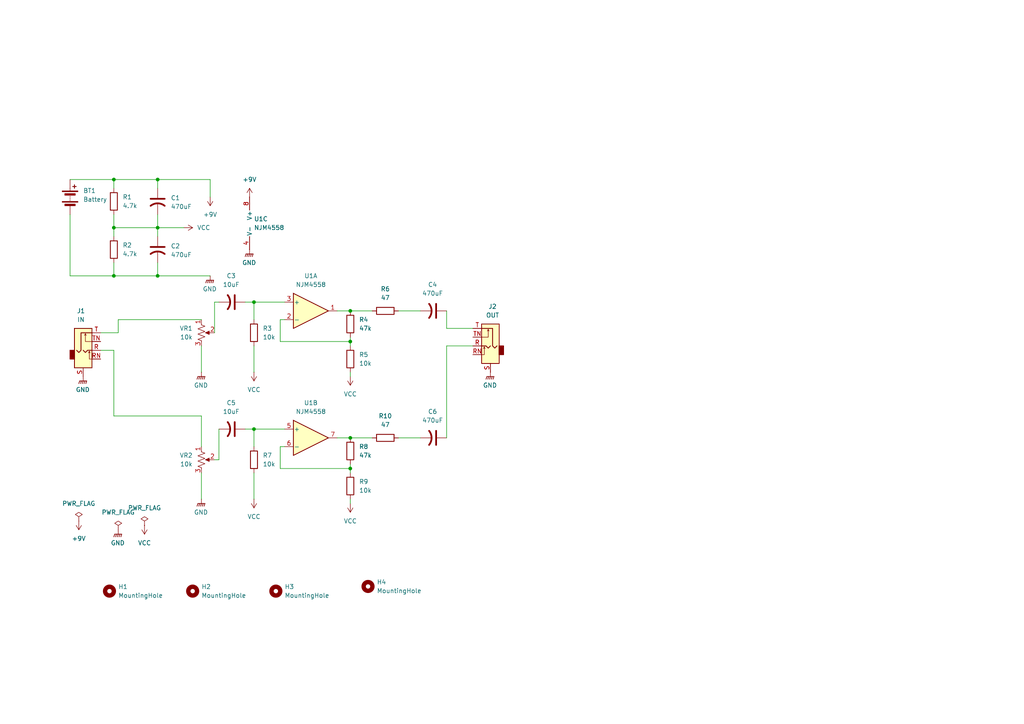
<source format=kicad_sch>
(kicad_sch
	(version 20250114)
	(generator "eeschema")
	(generator_version "9.0")
	(uuid "7b7a3da6-e409-4113-bc5d-a1deb64952aa")
	(paper "A4")
	(lib_symbols
		(symbol "Amplifier_Operational:NJM4558"
			(pin_names
				(offset 0.127)
			)
			(exclude_from_sim no)
			(in_bom yes)
			(on_board yes)
			(property "Reference" "U"
				(at 0 5.08 0)
				(effects
					(font
						(size 1.27 1.27)
					)
					(justify left)
				)
			)
			(property "Value" "NJM4558"
				(at 0 -5.08 0)
				(effects
					(font
						(size 1.27 1.27)
					)
					(justify left)
				)
			)
			(property "Footprint" ""
				(at 0 0 0)
				(effects
					(font
						(size 1.27 1.27)
					)
					(hide yes)
				)
			)
			(property "Datasheet" "http://www.njr.com/semicon/PDF/NJM4558_NJM4559_E.pdf"
				(at 0 0 0)
				(effects
					(font
						(size 1.27 1.27)
					)
					(hide yes)
				)
			)
			(property "Description" "Dual Operational Amplifier, DIP-8/DMP-8/SIP-8/SOP-8/SSOP-8"
				(at 0 0 0)
				(effects
					(font
						(size 1.27 1.27)
					)
					(hide yes)
				)
			)
			(property "ki_locked" ""
				(at 0 0 0)
				(effects
					(font
						(size 1.27 1.27)
					)
				)
			)
			(property "ki_keywords" "dual opamp"
				(at 0 0 0)
				(effects
					(font
						(size 1.27 1.27)
					)
					(hide yes)
				)
			)
			(property "ki_fp_filters" "SOIC*3.9x4.9mm*P1.27mm* DIP*W7.62mm* TO*99* OnSemi*Micro8* TSSOP*3x3mm*P0.65mm* TSSOP*4.4x3mm*P0.65mm* MSOP*3x3mm*P0.65mm* SSOP*3.9x4.9mm*P0.635mm* LFCSP*2x2mm*P0.5mm* *SIP* SOIC*5.3x6.2mm*P1.27mm*"
				(at 0 0 0)
				(effects
					(font
						(size 1.27 1.27)
					)
					(hide yes)
				)
			)
			(symbol "NJM4558_1_1"
				(polyline
					(pts
						(xy -5.08 5.08) (xy 5.08 0) (xy -5.08 -5.08) (xy -5.08 5.08)
					)
					(stroke
						(width 0.254)
						(type default)
					)
					(fill
						(type background)
					)
				)
				(pin input line
					(at -7.62 2.54 0)
					(length 2.54)
					(name "+"
						(effects
							(font
								(size 1.27 1.27)
							)
						)
					)
					(number "3"
						(effects
							(font
								(size 1.27 1.27)
							)
						)
					)
				)
				(pin input line
					(at -7.62 -2.54 0)
					(length 2.54)
					(name "-"
						(effects
							(font
								(size 1.27 1.27)
							)
						)
					)
					(number "2"
						(effects
							(font
								(size 1.27 1.27)
							)
						)
					)
				)
				(pin output line
					(at 7.62 0 180)
					(length 2.54)
					(name "~"
						(effects
							(font
								(size 1.27 1.27)
							)
						)
					)
					(number "1"
						(effects
							(font
								(size 1.27 1.27)
							)
						)
					)
				)
			)
			(symbol "NJM4558_2_1"
				(polyline
					(pts
						(xy -5.08 5.08) (xy 5.08 0) (xy -5.08 -5.08) (xy -5.08 5.08)
					)
					(stroke
						(width 0.254)
						(type default)
					)
					(fill
						(type background)
					)
				)
				(pin input line
					(at -7.62 2.54 0)
					(length 2.54)
					(name "+"
						(effects
							(font
								(size 1.27 1.27)
							)
						)
					)
					(number "5"
						(effects
							(font
								(size 1.27 1.27)
							)
						)
					)
				)
				(pin input line
					(at -7.62 -2.54 0)
					(length 2.54)
					(name "-"
						(effects
							(font
								(size 1.27 1.27)
							)
						)
					)
					(number "6"
						(effects
							(font
								(size 1.27 1.27)
							)
						)
					)
				)
				(pin output line
					(at 7.62 0 180)
					(length 2.54)
					(name "~"
						(effects
							(font
								(size 1.27 1.27)
							)
						)
					)
					(number "7"
						(effects
							(font
								(size 1.27 1.27)
							)
						)
					)
				)
			)
			(symbol "NJM4558_3_1"
				(pin power_in line
					(at -2.54 7.62 270)
					(length 3.81)
					(name "V+"
						(effects
							(font
								(size 1.27 1.27)
							)
						)
					)
					(number "8"
						(effects
							(font
								(size 1.27 1.27)
							)
						)
					)
				)
				(pin power_in line
					(at -2.54 -7.62 90)
					(length 3.81)
					(name "V-"
						(effects
							(font
								(size 1.27 1.27)
							)
						)
					)
					(number "4"
						(effects
							(font
								(size 1.27 1.27)
							)
						)
					)
				)
			)
			(embedded_fonts no)
		)
		(symbol "AudioJack2_Ground_Switch_1"
			(exclude_from_sim no)
			(in_bom yes)
			(on_board yes)
			(property "Reference" "J2"
				(at -0.635 11.43 0)
				(effects
					(font
						(size 1.27 1.27)
					)
				)
			)
			(property "Value" "OUT"
				(at -0.635 8.89 0)
				(effects
					(font
						(size 1.27 1.27)
					)
				)
			)
			(property "Footprint" "Connector_Audio:Jack_3.5mm_CUI_SJ1-3515N_Horizontal"
				(at 0 5.08 0)
				(effects
					(font
						(size 1.27 1.27)
					)
					(hide yes)
				)
			)
			(property "Datasheet" "~"
				(at 0 5.08 0)
				(effects
					(font
						(size 1.27 1.27)
					)
					(hide yes)
				)
			)
			(property "Description" "Audio Jack, 2 Poles (Mono / TS), Grounded Sleeve, Switched Pole (Normalling)"
				(at 0 0 0)
				(effects
					(font
						(size 1.27 1.27)
					)
					(hide yes)
				)
			)
			(property "ki_keywords" "audio jack receptacle mono headphones phone TS connector"
				(at 0 0 0)
				(effects
					(font
						(size 1.27 1.27)
					)
					(hide yes)
				)
			)
			(property "ki_fp_filters" "Jack*"
				(at 0 0 0)
				(effects
					(font
						(size 1.27 1.27)
					)
					(hide yes)
				)
			)
			(symbol "AudioJack2_Ground_Switch_1_0_1"
				(rectangle
					(start -2.54 -2.54)
					(end -3.81 0)
					(stroke
						(width 0.254)
						(type default)
					)
					(fill
						(type outline)
					)
				)
				(rectangle
					(start 2.54 6.35)
					(end -2.54 -5.08)
					(stroke
						(width 0.254)
						(type default)
					)
					(fill
						(type background)
					)
				)
			)
			(symbol "AudioJack2_Ground_Switch_1_1_1"
				(polyline
					(pts
						(xy 0 0) (xy 0.635 -0.635) (xy 1.27 0) (xy 2.54 0)
					)
					(stroke
						(width 0.254)
						(type default)
					)
					(fill
						(type none)
					)
				)
				(polyline
					(pts
						(xy 0.635 4.826) (xy 0.889 4.318)
					)
					(stroke
						(width 0)
						(type default)
					)
					(fill
						(type none)
					)
				)
				(polyline
					(pts
						(xy 1.778 -0.254) (xy 2.032 -0.762)
					)
					(stroke
						(width 0)
						(type default)
					)
					(fill
						(type none)
					)
				)
				(polyline
					(pts
						(xy 2.54 5.08) (xy -0.635 5.08) (xy -0.635 0) (xy -1.27 -0.635) (xy -1.905 0)
					)
					(stroke
						(width 0.254)
						(type default)
					)
					(fill
						(type none)
					)
				)
				(polyline
					(pts
						(xy 2.54 2.54) (xy 0.635 2.54) (xy 0.635 4.826) (xy 0.381 4.318)
					)
					(stroke
						(width 0)
						(type default)
					)
					(fill
						(type none)
					)
				)
				(polyline
					(pts
						(xy 2.54 -2.54) (xy 1.778 -2.54) (xy 1.778 -0.254) (xy 1.524 -0.762)
					)
					(stroke
						(width 0)
						(type default)
					)
					(fill
						(type none)
					)
				)
				(pin passive line
					(at 0 -7.62 90)
					(length 2.54)
					(name "~"
						(effects
							(font
								(size 1.27 1.27)
							)
						)
					)
					(number "S"
						(effects
							(font
								(size 1.27 1.27)
							)
						)
					)
				)
				(pin passive line
					(at 5.08 5.08 180)
					(length 2.54)
					(name "~"
						(effects
							(font
								(size 1.27 1.27)
							)
						)
					)
					(number "T"
						(effects
							(font
								(size 1.27 1.27)
							)
						)
					)
				)
				(pin passive line
					(at 5.08 2.54 180)
					(length 2.54)
					(name "~"
						(effects
							(font
								(size 1.27 1.27)
							)
						)
					)
					(number "TN"
						(effects
							(font
								(size 1.27 1.27)
							)
						)
					)
				)
				(pin passive line
					(at 5.08 0 180)
					(length 2.54)
					(name "~"
						(effects
							(font
								(size 1.27 1.27)
							)
						)
					)
					(number "R"
						(effects
							(font
								(size 1.27 1.27)
							)
						)
					)
				)
				(pin passive line
					(at 5.08 -2.54 180)
					(length 2.54)
					(name "~"
						(effects
							(font
								(size 1.27 1.27)
							)
						)
					)
					(number "RN"
						(effects
							(font
								(size 1.27 1.27)
							)
						)
					)
				)
			)
			(embedded_fonts no)
		)
		(symbol "Connector_Audio:AudioJack2_Ground_Switch"
			(exclude_from_sim no)
			(in_bom yes)
			(on_board yes)
			(property "Reference" "J1"
				(at -0.635 11.43 0)
				(effects
					(font
						(size 1.27 1.27)
					)
				)
			)
			(property "Value" "IN"
				(at -0.635 8.89 0)
				(effects
					(font
						(size 1.27 1.27)
					)
				)
			)
			(property "Footprint" "Connector_Audio:Jack_3.5mm_CUI_SJ1-3515N_Horizontal"
				(at 0 5.08 0)
				(effects
					(font
						(size 1.27 1.27)
					)
					(hide yes)
				)
			)
			(property "Datasheet" "~"
				(at 0 5.08 0)
				(effects
					(font
						(size 1.27 1.27)
					)
					(hide yes)
				)
			)
			(property "Description" "Audio Jack, 2 Poles (Mono / TS), Grounded Sleeve, Switched Pole (Normalling)"
				(at 0 0 0)
				(effects
					(font
						(size 1.27 1.27)
					)
					(hide yes)
				)
			)
			(property "ki_keywords" "audio jack receptacle mono headphones phone TS connector"
				(at 0 0 0)
				(effects
					(font
						(size 1.27 1.27)
					)
					(hide yes)
				)
			)
			(property "ki_fp_filters" "Jack*"
				(at 0 0 0)
				(effects
					(font
						(size 1.27 1.27)
					)
					(hide yes)
				)
			)
			(symbol "AudioJack2_Ground_Switch_0_1"
				(rectangle
					(start -2.54 -2.54)
					(end -3.81 0)
					(stroke
						(width 0.254)
						(type default)
					)
					(fill
						(type outline)
					)
				)
				(rectangle
					(start 2.54 6.35)
					(end -2.54 -5.08)
					(stroke
						(width 0.254)
						(type default)
					)
					(fill
						(type background)
					)
				)
			)
			(symbol "AudioJack2_Ground_Switch_1_1"
				(polyline
					(pts
						(xy 0 0) (xy 0.635 -0.635) (xy 1.27 0) (xy 2.54 0)
					)
					(stroke
						(width 0.254)
						(type default)
					)
					(fill
						(type none)
					)
				)
				(polyline
					(pts
						(xy 0.635 4.826) (xy 0.889 4.318)
					)
					(stroke
						(width 0)
						(type default)
					)
					(fill
						(type none)
					)
				)
				(polyline
					(pts
						(xy 1.778 -0.254) (xy 2.032 -0.762)
					)
					(stroke
						(width 0)
						(type default)
					)
					(fill
						(type none)
					)
				)
				(polyline
					(pts
						(xy 2.54 5.08) (xy -0.635 5.08) (xy -0.635 0) (xy -1.27 -0.635) (xy -1.905 0)
					)
					(stroke
						(width 0.254)
						(type default)
					)
					(fill
						(type none)
					)
				)
				(polyline
					(pts
						(xy 2.54 2.54) (xy 0.635 2.54) (xy 0.635 4.826) (xy 0.381 4.318)
					)
					(stroke
						(width 0)
						(type default)
					)
					(fill
						(type none)
					)
				)
				(polyline
					(pts
						(xy 2.54 -2.54) (xy 1.778 -2.54) (xy 1.778 -0.254) (xy 1.524 -0.762)
					)
					(stroke
						(width 0)
						(type default)
					)
					(fill
						(type none)
					)
				)
				(pin passive line
					(at 0 -7.62 90)
					(length 2.54)
					(name "~"
						(effects
							(font
								(size 1.27 1.27)
							)
						)
					)
					(number "S"
						(effects
							(font
								(size 1.27 1.27)
							)
						)
					)
				)
				(pin passive line
					(at 5.08 5.08 180)
					(length 2.54)
					(name "~"
						(effects
							(font
								(size 1.27 1.27)
							)
						)
					)
					(number "T"
						(effects
							(font
								(size 1.27 1.27)
							)
						)
					)
				)
				(pin passive line
					(at 5.08 2.54 180)
					(length 2.54)
					(name "~"
						(effects
							(font
								(size 1.27 1.27)
							)
						)
					)
					(number "TN"
						(effects
							(font
								(size 1.27 1.27)
							)
						)
					)
				)
				(pin passive line
					(at 5.08 0 180)
					(length 2.54)
					(name "~"
						(effects
							(font
								(size 1.27 1.27)
							)
						)
					)
					(number "R"
						(effects
							(font
								(size 1.27 1.27)
							)
						)
					)
				)
				(pin passive line
					(at 5.08 -2.54 180)
					(length 2.54)
					(name "~"
						(effects
							(font
								(size 1.27 1.27)
							)
						)
					)
					(number "RN"
						(effects
							(font
								(size 1.27 1.27)
							)
						)
					)
				)
			)
			(embedded_fonts no)
		)
		(symbol "Device:Battery"
			(pin_numbers
				(hide yes)
			)
			(pin_names
				(offset 0)
				(hide yes)
			)
			(exclude_from_sim no)
			(in_bom yes)
			(on_board yes)
			(property "Reference" "BT"
				(at 2.54 2.54 0)
				(effects
					(font
						(size 1.27 1.27)
					)
					(justify left)
				)
			)
			(property "Value" "Battery"
				(at 2.54 0 0)
				(effects
					(font
						(size 1.27 1.27)
					)
					(justify left)
				)
			)
			(property "Footprint" ""
				(at 0 1.524 90)
				(effects
					(font
						(size 1.27 1.27)
					)
					(hide yes)
				)
			)
			(property "Datasheet" "~"
				(at 0 1.524 90)
				(effects
					(font
						(size 1.27 1.27)
					)
					(hide yes)
				)
			)
			(property "Description" "Multiple-cell battery"
				(at 0 0 0)
				(effects
					(font
						(size 1.27 1.27)
					)
					(hide yes)
				)
			)
			(property "ki_keywords" "batt voltage-source cell"
				(at 0 0 0)
				(effects
					(font
						(size 1.27 1.27)
					)
					(hide yes)
				)
			)
			(symbol "Battery_0_1"
				(rectangle
					(start -2.286 1.778)
					(end 2.286 1.524)
					(stroke
						(width 0)
						(type default)
					)
					(fill
						(type outline)
					)
				)
				(rectangle
					(start -2.286 -1.27)
					(end 2.286 -1.524)
					(stroke
						(width 0)
						(type default)
					)
					(fill
						(type outline)
					)
				)
				(rectangle
					(start -1.524 1.016)
					(end 1.524 0.508)
					(stroke
						(width 0)
						(type default)
					)
					(fill
						(type outline)
					)
				)
				(rectangle
					(start -1.524 -2.032)
					(end 1.524 -2.54)
					(stroke
						(width 0)
						(type default)
					)
					(fill
						(type outline)
					)
				)
				(polyline
					(pts
						(xy 0 1.778) (xy 0 2.54)
					)
					(stroke
						(width 0)
						(type default)
					)
					(fill
						(type none)
					)
				)
				(polyline
					(pts
						(xy 0 0) (xy 0 0.254)
					)
					(stroke
						(width 0)
						(type default)
					)
					(fill
						(type none)
					)
				)
				(polyline
					(pts
						(xy 0 -0.508) (xy 0 -0.254)
					)
					(stroke
						(width 0)
						(type default)
					)
					(fill
						(type none)
					)
				)
				(polyline
					(pts
						(xy 0 -1.016) (xy 0 -0.762)
					)
					(stroke
						(width 0)
						(type default)
					)
					(fill
						(type none)
					)
				)
				(polyline
					(pts
						(xy 0.762 3.048) (xy 1.778 3.048)
					)
					(stroke
						(width 0.254)
						(type default)
					)
					(fill
						(type none)
					)
				)
				(polyline
					(pts
						(xy 1.27 3.556) (xy 1.27 2.54)
					)
					(stroke
						(width 0.254)
						(type default)
					)
					(fill
						(type none)
					)
				)
			)
			(symbol "Battery_1_1"
				(pin passive line
					(at 0 5.08 270)
					(length 2.54)
					(name "+"
						(effects
							(font
								(size 1.27 1.27)
							)
						)
					)
					(number "1"
						(effects
							(font
								(size 1.27 1.27)
							)
						)
					)
				)
				(pin passive line
					(at 0 -5.08 90)
					(length 2.54)
					(name "-"
						(effects
							(font
								(size 1.27 1.27)
							)
						)
					)
					(number "2"
						(effects
							(font
								(size 1.27 1.27)
							)
						)
					)
				)
			)
			(embedded_fonts no)
		)
		(symbol "Device:C_US"
			(pin_numbers
				(hide yes)
			)
			(pin_names
				(offset 0.254)
				(hide yes)
			)
			(exclude_from_sim no)
			(in_bom yes)
			(on_board yes)
			(property "Reference" "C"
				(at 0.635 2.54 0)
				(effects
					(font
						(size 1.27 1.27)
					)
					(justify left)
				)
			)
			(property "Value" "C_US"
				(at 0.635 -2.54 0)
				(effects
					(font
						(size 1.27 1.27)
					)
					(justify left)
				)
			)
			(property "Footprint" ""
				(at 0 0 0)
				(effects
					(font
						(size 1.27 1.27)
					)
					(hide yes)
				)
			)
			(property "Datasheet" ""
				(at 0 0 0)
				(effects
					(font
						(size 1.27 1.27)
					)
					(hide yes)
				)
			)
			(property "Description" "capacitor, US symbol"
				(at 0 0 0)
				(effects
					(font
						(size 1.27 1.27)
					)
					(hide yes)
				)
			)
			(property "ki_keywords" "cap capacitor"
				(at 0 0 0)
				(effects
					(font
						(size 1.27 1.27)
					)
					(hide yes)
				)
			)
			(property "ki_fp_filters" "C_*"
				(at 0 0 0)
				(effects
					(font
						(size 1.27 1.27)
					)
					(hide yes)
				)
			)
			(symbol "C_US_0_1"
				(polyline
					(pts
						(xy -2.032 0.762) (xy 2.032 0.762)
					)
					(stroke
						(width 0.508)
						(type default)
					)
					(fill
						(type none)
					)
				)
				(arc
					(start -2.032 -1.27)
					(mid 0 -0.5572)
					(end 2.032 -1.27)
					(stroke
						(width 0.508)
						(type default)
					)
					(fill
						(type none)
					)
				)
			)
			(symbol "C_US_1_1"
				(pin passive line
					(at 0 3.81 270)
					(length 2.794)
					(name "~"
						(effects
							(font
								(size 1.27 1.27)
							)
						)
					)
					(number "1"
						(effects
							(font
								(size 1.27 1.27)
							)
						)
					)
				)
				(pin passive line
					(at 0 -3.81 90)
					(length 3.302)
					(name "~"
						(effects
							(font
								(size 1.27 1.27)
							)
						)
					)
					(number "2"
						(effects
							(font
								(size 1.27 1.27)
							)
						)
					)
				)
			)
			(embedded_fonts no)
		)
		(symbol "Device:R"
			(pin_numbers
				(hide yes)
			)
			(pin_names
				(offset 0)
			)
			(exclude_from_sim no)
			(in_bom yes)
			(on_board yes)
			(property "Reference" "R"
				(at 2.032 0 90)
				(effects
					(font
						(size 1.27 1.27)
					)
				)
			)
			(property "Value" "R"
				(at 0 0 90)
				(effects
					(font
						(size 1.27 1.27)
					)
				)
			)
			(property "Footprint" ""
				(at -1.778 0 90)
				(effects
					(font
						(size 1.27 1.27)
					)
					(hide yes)
				)
			)
			(property "Datasheet" "~"
				(at 0 0 0)
				(effects
					(font
						(size 1.27 1.27)
					)
					(hide yes)
				)
			)
			(property "Description" "Resistor"
				(at 0 0 0)
				(effects
					(font
						(size 1.27 1.27)
					)
					(hide yes)
				)
			)
			(property "ki_keywords" "R res resistor"
				(at 0 0 0)
				(effects
					(font
						(size 1.27 1.27)
					)
					(hide yes)
				)
			)
			(property "ki_fp_filters" "R_*"
				(at 0 0 0)
				(effects
					(font
						(size 1.27 1.27)
					)
					(hide yes)
				)
			)
			(symbol "R_0_1"
				(rectangle
					(start -1.016 -2.54)
					(end 1.016 2.54)
					(stroke
						(width 0.254)
						(type default)
					)
					(fill
						(type none)
					)
				)
			)
			(symbol "R_1_1"
				(pin passive line
					(at 0 3.81 270)
					(length 1.27)
					(name "~"
						(effects
							(font
								(size 1.27 1.27)
							)
						)
					)
					(number "1"
						(effects
							(font
								(size 1.27 1.27)
							)
						)
					)
				)
				(pin passive line
					(at 0 -3.81 90)
					(length 1.27)
					(name "~"
						(effects
							(font
								(size 1.27 1.27)
							)
						)
					)
					(number "2"
						(effects
							(font
								(size 1.27 1.27)
							)
						)
					)
				)
			)
			(embedded_fonts no)
		)
		(symbol "Device:R_Potentiometer_US"
			(pin_names
				(offset 1.016)
				(hide yes)
			)
			(exclude_from_sim no)
			(in_bom yes)
			(on_board yes)
			(property "Reference" "RV"
				(at -4.445 0 90)
				(effects
					(font
						(size 1.27 1.27)
					)
				)
			)
			(property "Value" "R_Potentiometer_US"
				(at -2.54 0 90)
				(effects
					(font
						(size 1.27 1.27)
					)
				)
			)
			(property "Footprint" ""
				(at 0 0 0)
				(effects
					(font
						(size 1.27 1.27)
					)
					(hide yes)
				)
			)
			(property "Datasheet" "~"
				(at 0 0 0)
				(effects
					(font
						(size 1.27 1.27)
					)
					(hide yes)
				)
			)
			(property "Description" "Potentiometer, US symbol"
				(at 0 0 0)
				(effects
					(font
						(size 1.27 1.27)
					)
					(hide yes)
				)
			)
			(property "ki_keywords" "resistor variable"
				(at 0 0 0)
				(effects
					(font
						(size 1.27 1.27)
					)
					(hide yes)
				)
			)
			(property "ki_fp_filters" "Potentiometer*"
				(at 0 0 0)
				(effects
					(font
						(size 1.27 1.27)
					)
					(hide yes)
				)
			)
			(symbol "R_Potentiometer_US_0_1"
				(polyline
					(pts
						(xy 0 2.54) (xy 0 2.286)
					)
					(stroke
						(width 0)
						(type default)
					)
					(fill
						(type none)
					)
				)
				(polyline
					(pts
						(xy 0 2.286) (xy 1.016 1.905) (xy 0 1.524) (xy -1.016 1.143) (xy 0 0.762)
					)
					(stroke
						(width 0)
						(type default)
					)
					(fill
						(type none)
					)
				)
				(polyline
					(pts
						(xy 0 0.762) (xy 1.016 0.381) (xy 0 0) (xy -1.016 -0.381) (xy 0 -0.762)
					)
					(stroke
						(width 0)
						(type default)
					)
					(fill
						(type none)
					)
				)
				(polyline
					(pts
						(xy 0 -0.762) (xy 1.016 -1.143) (xy 0 -1.524) (xy -1.016 -1.905) (xy 0 -2.286)
					)
					(stroke
						(width 0)
						(type default)
					)
					(fill
						(type none)
					)
				)
				(polyline
					(pts
						(xy 0 -2.286) (xy 0 -2.54)
					)
					(stroke
						(width 0)
						(type default)
					)
					(fill
						(type none)
					)
				)
				(polyline
					(pts
						(xy 1.143 0) (xy 2.286 0.508) (xy 2.286 -0.508) (xy 1.143 0)
					)
					(stroke
						(width 0)
						(type default)
					)
					(fill
						(type outline)
					)
				)
				(polyline
					(pts
						(xy 2.54 0) (xy 1.524 0)
					)
					(stroke
						(width 0)
						(type default)
					)
					(fill
						(type none)
					)
				)
			)
			(symbol "R_Potentiometer_US_1_1"
				(pin passive line
					(at 0 3.81 270)
					(length 1.27)
					(name "1"
						(effects
							(font
								(size 1.27 1.27)
							)
						)
					)
					(number "1"
						(effects
							(font
								(size 1.27 1.27)
							)
						)
					)
				)
				(pin passive line
					(at 0 -3.81 90)
					(length 1.27)
					(name "3"
						(effects
							(font
								(size 1.27 1.27)
							)
						)
					)
					(number "3"
						(effects
							(font
								(size 1.27 1.27)
							)
						)
					)
				)
				(pin passive line
					(at 3.81 0 180)
					(length 1.27)
					(name "2"
						(effects
							(font
								(size 1.27 1.27)
							)
						)
					)
					(number "2"
						(effects
							(font
								(size 1.27 1.27)
							)
						)
					)
				)
			)
			(embedded_fonts no)
		)
		(symbol "Mechanical:MountingHole"
			(pin_names
				(offset 1.016)
			)
			(exclude_from_sim no)
			(in_bom no)
			(on_board yes)
			(property "Reference" "H"
				(at 0 5.08 0)
				(effects
					(font
						(size 1.27 1.27)
					)
				)
			)
			(property "Value" "MountingHole"
				(at 0 3.175 0)
				(effects
					(font
						(size 1.27 1.27)
					)
				)
			)
			(property "Footprint" ""
				(at 0 0 0)
				(effects
					(font
						(size 1.27 1.27)
					)
					(hide yes)
				)
			)
			(property "Datasheet" "~"
				(at 0 0 0)
				(effects
					(font
						(size 1.27 1.27)
					)
					(hide yes)
				)
			)
			(property "Description" "Mounting Hole without connection"
				(at 0 0 0)
				(effects
					(font
						(size 1.27 1.27)
					)
					(hide yes)
				)
			)
			(property "ki_keywords" "mounting hole"
				(at 0 0 0)
				(effects
					(font
						(size 1.27 1.27)
					)
					(hide yes)
				)
			)
			(property "ki_fp_filters" "MountingHole*"
				(at 0 0 0)
				(effects
					(font
						(size 1.27 1.27)
					)
					(hide yes)
				)
			)
			(symbol "MountingHole_0_1"
				(circle
					(center 0 0)
					(radius 1.27)
					(stroke
						(width 1.27)
						(type default)
					)
					(fill
						(type none)
					)
				)
			)
			(embedded_fonts no)
		)
		(symbol "power:+9V"
			(power)
			(pin_numbers
				(hide yes)
			)
			(pin_names
				(offset 0)
				(hide yes)
			)
			(exclude_from_sim no)
			(in_bom yes)
			(on_board yes)
			(property "Reference" "#PWR"
				(at 0 -3.81 0)
				(effects
					(font
						(size 1.27 1.27)
					)
					(hide yes)
				)
			)
			(property "Value" "+9V"
				(at 0 3.556 0)
				(effects
					(font
						(size 1.27 1.27)
					)
				)
			)
			(property "Footprint" ""
				(at 0 0 0)
				(effects
					(font
						(size 1.27 1.27)
					)
					(hide yes)
				)
			)
			(property "Datasheet" ""
				(at 0 0 0)
				(effects
					(font
						(size 1.27 1.27)
					)
					(hide yes)
				)
			)
			(property "Description" "Power symbol creates a global label with name \"+9V\""
				(at 0 0 0)
				(effects
					(font
						(size 1.27 1.27)
					)
					(hide yes)
				)
			)
			(property "ki_keywords" "global power"
				(at 0 0 0)
				(effects
					(font
						(size 1.27 1.27)
					)
					(hide yes)
				)
			)
			(symbol "+9V_0_1"
				(polyline
					(pts
						(xy -0.762 1.27) (xy 0 2.54)
					)
					(stroke
						(width 0)
						(type default)
					)
					(fill
						(type none)
					)
				)
				(polyline
					(pts
						(xy 0 2.54) (xy 0.762 1.27)
					)
					(stroke
						(width 0)
						(type default)
					)
					(fill
						(type none)
					)
				)
				(polyline
					(pts
						(xy 0 0) (xy 0 2.54)
					)
					(stroke
						(width 0)
						(type default)
					)
					(fill
						(type none)
					)
				)
			)
			(symbol "+9V_1_1"
				(pin power_in line
					(at 0 0 90)
					(length 0)
					(name "~"
						(effects
							(font
								(size 1.27 1.27)
							)
						)
					)
					(number "1"
						(effects
							(font
								(size 1.27 1.27)
							)
						)
					)
				)
			)
			(embedded_fonts no)
		)
		(symbol "power:GNDPWR"
			(power)
			(pin_numbers
				(hide yes)
			)
			(pin_names
				(offset 0)
				(hide yes)
			)
			(exclude_from_sim no)
			(in_bom yes)
			(on_board yes)
			(property "Reference" "#PWR"
				(at 0 -5.08 0)
				(effects
					(font
						(size 1.27 1.27)
					)
					(hide yes)
				)
			)
			(property "Value" "GNDPWR"
				(at 0 -3.302 0)
				(effects
					(font
						(size 1.27 1.27)
					)
				)
			)
			(property "Footprint" ""
				(at 0 -1.27 0)
				(effects
					(font
						(size 1.27 1.27)
					)
					(hide yes)
				)
			)
			(property "Datasheet" ""
				(at 0 -1.27 0)
				(effects
					(font
						(size 1.27 1.27)
					)
					(hide yes)
				)
			)
			(property "Description" "Power symbol creates a global label with name \"GNDPWR\" , global ground"
				(at 0 0 0)
				(effects
					(font
						(size 1.27 1.27)
					)
					(hide yes)
				)
			)
			(property "ki_keywords" "global ground"
				(at 0 0 0)
				(effects
					(font
						(size 1.27 1.27)
					)
					(hide yes)
				)
			)
			(symbol "GNDPWR_0_1"
				(polyline
					(pts
						(xy -1.016 -1.27) (xy -1.27 -2.032) (xy -1.27 -2.032)
					)
					(stroke
						(width 0.2032)
						(type default)
					)
					(fill
						(type none)
					)
				)
				(polyline
					(pts
						(xy -0.508 -1.27) (xy -0.762 -2.032) (xy -0.762 -2.032)
					)
					(stroke
						(width 0.2032)
						(type default)
					)
					(fill
						(type none)
					)
				)
				(polyline
					(pts
						(xy 0 -1.27) (xy 0 0)
					)
					(stroke
						(width 0)
						(type default)
					)
					(fill
						(type none)
					)
				)
				(polyline
					(pts
						(xy 0 -1.27) (xy -0.254 -2.032) (xy -0.254 -2.032)
					)
					(stroke
						(width 0.2032)
						(type default)
					)
					(fill
						(type none)
					)
				)
				(polyline
					(pts
						(xy 0.508 -1.27) (xy 0.254 -2.032) (xy 0.254 -2.032)
					)
					(stroke
						(width 0.2032)
						(type default)
					)
					(fill
						(type none)
					)
				)
				(polyline
					(pts
						(xy 1.016 -1.27) (xy -1.016 -1.27) (xy -1.016 -1.27)
					)
					(stroke
						(width 0.2032)
						(type default)
					)
					(fill
						(type none)
					)
				)
				(polyline
					(pts
						(xy 1.016 -1.27) (xy 0.762 -2.032) (xy 0.762 -2.032) (xy 0.762 -2.032)
					)
					(stroke
						(width 0.2032)
						(type default)
					)
					(fill
						(type none)
					)
				)
			)
			(symbol "GNDPWR_1_1"
				(pin power_in line
					(at 0 0 270)
					(length 0)
					(name "~"
						(effects
							(font
								(size 1.27 1.27)
							)
						)
					)
					(number "1"
						(effects
							(font
								(size 1.27 1.27)
							)
						)
					)
				)
			)
			(embedded_fonts no)
		)
		(symbol "power:PWR_FLAG"
			(power)
			(pin_numbers
				(hide yes)
			)
			(pin_names
				(offset 0)
				(hide yes)
			)
			(exclude_from_sim no)
			(in_bom yes)
			(on_board yes)
			(property "Reference" "#FLG"
				(at 0 1.905 0)
				(effects
					(font
						(size 1.27 1.27)
					)
					(hide yes)
				)
			)
			(property "Value" "PWR_FLAG"
				(at 0 3.81 0)
				(effects
					(font
						(size 1.27 1.27)
					)
				)
			)
			(property "Footprint" ""
				(at 0 0 0)
				(effects
					(font
						(size 1.27 1.27)
					)
					(hide yes)
				)
			)
			(property "Datasheet" "~"
				(at 0 0 0)
				(effects
					(font
						(size 1.27 1.27)
					)
					(hide yes)
				)
			)
			(property "Description" "Special symbol for telling ERC where power comes from"
				(at 0 0 0)
				(effects
					(font
						(size 1.27 1.27)
					)
					(hide yes)
				)
			)
			(property "ki_keywords" "flag power"
				(at 0 0 0)
				(effects
					(font
						(size 1.27 1.27)
					)
					(hide yes)
				)
			)
			(symbol "PWR_FLAG_0_0"
				(pin power_out line
					(at 0 0 90)
					(length 0)
					(name "~"
						(effects
							(font
								(size 1.27 1.27)
							)
						)
					)
					(number "1"
						(effects
							(font
								(size 1.27 1.27)
							)
						)
					)
				)
			)
			(symbol "PWR_FLAG_0_1"
				(polyline
					(pts
						(xy 0 0) (xy 0 1.27) (xy -1.016 1.905) (xy 0 2.54) (xy 1.016 1.905) (xy 0 1.27)
					)
					(stroke
						(width 0)
						(type default)
					)
					(fill
						(type none)
					)
				)
			)
			(embedded_fonts no)
		)
		(symbol "power:VCC"
			(power)
			(pin_numbers
				(hide yes)
			)
			(pin_names
				(offset 0)
				(hide yes)
			)
			(exclude_from_sim no)
			(in_bom yes)
			(on_board yes)
			(property "Reference" "#PWR"
				(at 0 -3.81 0)
				(effects
					(font
						(size 1.27 1.27)
					)
					(hide yes)
				)
			)
			(property "Value" "VCC"
				(at 0 3.556 0)
				(effects
					(font
						(size 1.27 1.27)
					)
				)
			)
			(property "Footprint" ""
				(at 0 0 0)
				(effects
					(font
						(size 1.27 1.27)
					)
					(hide yes)
				)
			)
			(property "Datasheet" ""
				(at 0 0 0)
				(effects
					(font
						(size 1.27 1.27)
					)
					(hide yes)
				)
			)
			(property "Description" "Power symbol creates a global label with name \"VCC\""
				(at 0 0 0)
				(effects
					(font
						(size 1.27 1.27)
					)
					(hide yes)
				)
			)
			(property "ki_keywords" "global power"
				(at 0 0 0)
				(effects
					(font
						(size 1.27 1.27)
					)
					(hide yes)
				)
			)
			(symbol "VCC_0_1"
				(polyline
					(pts
						(xy -0.762 1.27) (xy 0 2.54)
					)
					(stroke
						(width 0)
						(type default)
					)
					(fill
						(type none)
					)
				)
				(polyline
					(pts
						(xy 0 2.54) (xy 0.762 1.27)
					)
					(stroke
						(width 0)
						(type default)
					)
					(fill
						(type none)
					)
				)
				(polyline
					(pts
						(xy 0 0) (xy 0 2.54)
					)
					(stroke
						(width 0)
						(type default)
					)
					(fill
						(type none)
					)
				)
			)
			(symbol "VCC_1_1"
				(pin power_in line
					(at 0 0 90)
					(length 0)
					(name "~"
						(effects
							(font
								(size 1.27 1.27)
							)
						)
					)
					(number "1"
						(effects
							(font
								(size 1.27 1.27)
							)
						)
					)
				)
			)
			(embedded_fonts no)
		)
	)
	(junction
		(at 33.02 52.07)
		(diameter 0)
		(color 0 0 0 0)
		(uuid "25252e12-56cd-4671-a7e8-581c21839feb")
	)
	(junction
		(at 45.72 66.04)
		(diameter 0)
		(color 0 0 0 0)
		(uuid "68b1e3bf-4991-404a-8812-d8790f0c1570")
	)
	(junction
		(at 45.72 52.07)
		(diameter 0)
		(color 0 0 0 0)
		(uuid "775a3670-27c1-4dbc-9469-4fe537a41267")
	)
	(junction
		(at 33.02 66.04)
		(diameter 0)
		(color 0 0 0 0)
		(uuid "8e71a7ad-db5f-4480-92c9-b92922054e43")
	)
	(junction
		(at 101.6 99.06)
		(diameter 0)
		(color 0 0 0 0)
		(uuid "a8500371-943e-473c-8a48-136651a7a405")
	)
	(junction
		(at 45.72 80.01)
		(diameter 0)
		(color 0 0 0 0)
		(uuid "bd88ee55-9774-469c-92fe-0beed75adb08")
	)
	(junction
		(at 101.6 127)
		(diameter 0)
		(color 0 0 0 0)
		(uuid "c5a8333f-aa40-4fc9-8baf-ba77cd7d356e")
	)
	(junction
		(at 33.02 80.01)
		(diameter 0)
		(color 0 0 0 0)
		(uuid "ca6f302f-44a4-42ad-a825-a29f77b7f3e4")
	)
	(junction
		(at 73.66 87.63)
		(diameter 0)
		(color 0 0 0 0)
		(uuid "cb3753d8-e8ea-4d42-bebf-76371813495d")
	)
	(junction
		(at 101.6 135.89)
		(diameter 0)
		(color 0 0 0 0)
		(uuid "d27b4fcd-2d3c-480f-a4cb-698b571e030c")
	)
	(junction
		(at 73.66 124.46)
		(diameter 0)
		(color 0 0 0 0)
		(uuid "ed374791-a9fa-41eb-997b-31070dd7a0ea")
	)
	(junction
		(at 101.6 90.17)
		(diameter 0)
		(color 0 0 0 0)
		(uuid "f0120a97-4593-416e-acde-2f24b2a25529")
	)
	(wire
		(pts
			(xy 115.57 90.17) (xy 121.92 90.17)
		)
		(stroke
			(width 0)
			(type default)
		)
		(uuid "0534de79-af82-487a-8bb9-335d1bc0fa1b")
	)
	(wire
		(pts
			(xy 101.6 107.95) (xy 101.6 109.22)
		)
		(stroke
			(width 0)
			(type default)
		)
		(uuid "05b5149d-d412-4d61-8ab9-72072a03b4e3")
	)
	(wire
		(pts
			(xy 33.02 66.04) (xy 45.72 66.04)
		)
		(stroke
			(width 0)
			(type default)
		)
		(uuid "09ec8596-304c-4704-9644-e27fc3035dfe")
	)
	(wire
		(pts
			(xy 97.79 90.17) (xy 101.6 90.17)
		)
		(stroke
			(width 0)
			(type default)
		)
		(uuid "0abb8280-2278-4bd1-9be4-3972d2fb8630")
	)
	(wire
		(pts
			(xy 129.54 90.17) (xy 129.54 95.25)
		)
		(stroke
			(width 0)
			(type default)
		)
		(uuid "0ef50764-cad0-4e4a-890e-0494d425a5c1")
	)
	(wire
		(pts
			(xy 73.66 137.16) (xy 73.66 144.78)
		)
		(stroke
			(width 0)
			(type default)
		)
		(uuid "155c34a8-a296-4eba-80d0-6848b8727a56")
	)
	(wire
		(pts
			(xy 73.66 100.33) (xy 73.66 107.95)
		)
		(stroke
			(width 0)
			(type default)
		)
		(uuid "17f79dde-e598-4f1e-990f-cfc71a4f3ab3")
	)
	(wire
		(pts
			(xy 34.29 92.71) (xy 58.42 92.71)
		)
		(stroke
			(width 0)
			(type default)
		)
		(uuid "19a6ce85-1790-4598-b851-0e41cf42caec")
	)
	(wire
		(pts
			(xy 62.23 133.35) (xy 63.5 133.35)
		)
		(stroke
			(width 0)
			(type default)
		)
		(uuid "19eefe85-d188-4bdc-a5de-25f68a3722ac")
	)
	(wire
		(pts
			(xy 62.23 96.52) (xy 62.23 87.63)
		)
		(stroke
			(width 0)
			(type default)
		)
		(uuid "1cdf72b3-d95b-4357-a015-da16f34624f0")
	)
	(wire
		(pts
			(xy 101.6 135.89) (xy 81.28 135.89)
		)
		(stroke
			(width 0)
			(type default)
		)
		(uuid "1e71cb50-d590-4f02-bc0b-a527e652563d")
	)
	(wire
		(pts
			(xy 101.6 90.17) (xy 107.95 90.17)
		)
		(stroke
			(width 0)
			(type default)
		)
		(uuid "1fa35ac4-6fc1-49d3-b9ad-4392de2f7fcb")
	)
	(wire
		(pts
			(xy 101.6 134.62) (xy 101.6 135.89)
		)
		(stroke
			(width 0)
			(type default)
		)
		(uuid "23a712cc-8a8f-4270-908c-b96fa75a41dc")
	)
	(wire
		(pts
			(xy 33.02 80.01) (xy 45.72 80.01)
		)
		(stroke
			(width 0)
			(type default)
		)
		(uuid "2b7ccef8-2622-43ac-9246-98ea4152dcbd")
	)
	(wire
		(pts
			(xy 73.66 124.46) (xy 82.55 124.46)
		)
		(stroke
			(width 0)
			(type default)
		)
		(uuid "2d0999c1-b8b1-4c59-95df-129be3ab6358")
	)
	(wire
		(pts
			(xy 73.66 87.63) (xy 82.55 87.63)
		)
		(stroke
			(width 0)
			(type default)
		)
		(uuid "2f7aa8d8-5ba6-48d4-ab64-7483b83d638f")
	)
	(wire
		(pts
			(xy 97.79 127) (xy 101.6 127)
		)
		(stroke
			(width 0)
			(type default)
		)
		(uuid "357f4fb5-95e0-4aa2-b5a7-dcc9923a9536")
	)
	(wire
		(pts
			(xy 60.96 80.01) (xy 45.72 80.01)
		)
		(stroke
			(width 0)
			(type default)
		)
		(uuid "3d2bec8e-6af7-48a1-bfa6-c1046a327f9e")
	)
	(wire
		(pts
			(xy 129.54 100.33) (xy 129.54 127)
		)
		(stroke
			(width 0)
			(type default)
		)
		(uuid "3ea7b9ea-6a0d-4e18-abc1-0d9107572d80")
	)
	(wire
		(pts
			(xy 20.32 80.01) (xy 20.32 62.23)
		)
		(stroke
			(width 0)
			(type default)
		)
		(uuid "47590a7b-72ad-41a3-a51a-f5dbd1868e96")
	)
	(wire
		(pts
			(xy 101.6 99.06) (xy 101.6 100.33)
		)
		(stroke
			(width 0)
			(type default)
		)
		(uuid "488bb596-bf59-41f6-8076-a83e17049533")
	)
	(wire
		(pts
			(xy 33.02 62.23) (xy 33.02 66.04)
		)
		(stroke
			(width 0)
			(type default)
		)
		(uuid "490a3389-2d8c-4c39-9e1b-cf0cbdba1620")
	)
	(wire
		(pts
			(xy 81.28 99.06) (xy 81.28 92.71)
		)
		(stroke
			(width 0)
			(type default)
		)
		(uuid "4e010259-f237-41cc-97a9-0a9ece83f836")
	)
	(wire
		(pts
			(xy 58.42 120.65) (xy 58.42 129.54)
		)
		(stroke
			(width 0)
			(type default)
		)
		(uuid "578d81ee-e711-4724-8bdb-354ed692cca3")
	)
	(wire
		(pts
			(xy 34.29 96.52) (xy 29.21 96.52)
		)
		(stroke
			(width 0)
			(type default)
		)
		(uuid "5ab409b5-607d-4053-a792-75fea31a39b2")
	)
	(wire
		(pts
			(xy 81.28 135.89) (xy 81.28 129.54)
		)
		(stroke
			(width 0)
			(type default)
		)
		(uuid "5daa97c9-bf55-458e-8572-9d527e375e37")
	)
	(wire
		(pts
			(xy 58.42 120.65) (xy 33.02 120.65)
		)
		(stroke
			(width 0)
			(type default)
		)
		(uuid "6139e92c-a264-4e89-8a43-20f6b747c907")
	)
	(wire
		(pts
			(xy 101.6 97.79) (xy 101.6 99.06)
		)
		(stroke
			(width 0)
			(type default)
		)
		(uuid "62250ee1-e59f-4ef4-8ccb-6c5f9a2ce6f6")
	)
	(wire
		(pts
			(xy 62.23 87.63) (xy 63.5 87.63)
		)
		(stroke
			(width 0)
			(type default)
		)
		(uuid "6c38b34b-d45e-4f87-bd0e-767ec74f4325")
	)
	(wire
		(pts
			(xy 33.02 52.07) (xy 45.72 52.07)
		)
		(stroke
			(width 0)
			(type default)
		)
		(uuid "6f5958be-5066-4f77-a4b8-bb6d12832014")
	)
	(wire
		(pts
			(xy 137.16 100.33) (xy 129.54 100.33)
		)
		(stroke
			(width 0)
			(type default)
		)
		(uuid "7291bb7e-eac8-402e-9775-2d8752f80126")
	)
	(wire
		(pts
			(xy 34.29 92.71) (xy 34.29 96.52)
		)
		(stroke
			(width 0)
			(type default)
		)
		(uuid "7384e9fa-ec40-4f95-b381-8a573157fec9")
	)
	(wire
		(pts
			(xy 58.42 137.16) (xy 58.42 144.78)
		)
		(stroke
			(width 0)
			(type default)
		)
		(uuid "74aa89e0-016d-4ed7-ab32-60624665af84")
	)
	(wire
		(pts
			(xy 45.72 52.07) (xy 60.96 52.07)
		)
		(stroke
			(width 0)
			(type default)
		)
		(uuid "777328f4-92f2-4a84-a2ea-73c8c2f552c5")
	)
	(wire
		(pts
			(xy 73.66 92.71) (xy 73.66 87.63)
		)
		(stroke
			(width 0)
			(type default)
		)
		(uuid "7998649d-5f75-47a5-be07-5f838a05fa71")
	)
	(wire
		(pts
			(xy 73.66 129.54) (xy 73.66 124.46)
		)
		(stroke
			(width 0)
			(type default)
		)
		(uuid "7a458009-808b-4bb8-99d9-2b772583cd88")
	)
	(wire
		(pts
			(xy 129.54 95.25) (xy 137.16 95.25)
		)
		(stroke
			(width 0)
			(type default)
		)
		(uuid "7c87fc54-4b83-4433-b51f-27d6d38ef005")
	)
	(wire
		(pts
			(xy 101.6 99.06) (xy 81.28 99.06)
		)
		(stroke
			(width 0)
			(type default)
		)
		(uuid "7dcb832d-0b47-42fc-9e2a-ddac0259e677")
	)
	(wire
		(pts
			(xy 45.72 62.23) (xy 45.72 66.04)
		)
		(stroke
			(width 0)
			(type default)
		)
		(uuid "809da380-9732-4bf5-9863-f5a240e0efe0")
	)
	(wire
		(pts
			(xy 115.57 127) (xy 121.92 127)
		)
		(stroke
			(width 0)
			(type default)
		)
		(uuid "82c129f5-2ba5-4bc4-a22d-f70816073263")
	)
	(wire
		(pts
			(xy 33.02 80.01) (xy 20.32 80.01)
		)
		(stroke
			(width 0)
			(type default)
		)
		(uuid "84e842e5-9b0a-4202-be73-7149d0a224b8")
	)
	(wire
		(pts
			(xy 45.72 54.61) (xy 45.72 52.07)
		)
		(stroke
			(width 0)
			(type default)
		)
		(uuid "84f0bad4-9de3-4f63-a37f-f2543dd81fce")
	)
	(wire
		(pts
			(xy 101.6 127) (xy 107.95 127)
		)
		(stroke
			(width 0)
			(type default)
		)
		(uuid "8bb5b4f4-4eb6-4562-a05b-588ad3513ebc")
	)
	(wire
		(pts
			(xy 73.66 87.63) (xy 71.12 87.63)
		)
		(stroke
			(width 0)
			(type default)
		)
		(uuid "989aec94-6f69-44fc-b24c-27f094cc3867")
	)
	(wire
		(pts
			(xy 45.72 66.04) (xy 45.72 68.58)
		)
		(stroke
			(width 0)
			(type default)
		)
		(uuid "9d2f29bc-47c8-4117-9d78-af965bfa226e")
	)
	(wire
		(pts
			(xy 45.72 76.2) (xy 45.72 80.01)
		)
		(stroke
			(width 0)
			(type default)
		)
		(uuid "a45a8390-4ed8-4c93-b584-7f290aef43b2")
	)
	(wire
		(pts
			(xy 33.02 52.07) (xy 33.02 54.61)
		)
		(stroke
			(width 0)
			(type default)
		)
		(uuid "a8307c84-2d35-42a4-a835-781dbb08e1a7")
	)
	(wire
		(pts
			(xy 33.02 66.04) (xy 33.02 68.58)
		)
		(stroke
			(width 0)
			(type default)
		)
		(uuid "af9bcd3f-18dd-490c-a9e7-e0d04851b52c")
	)
	(wire
		(pts
			(xy 101.6 144.78) (xy 101.6 146.05)
		)
		(stroke
			(width 0)
			(type default)
		)
		(uuid "b40f49fa-737d-47f5-bb7b-1c480a8f7149")
	)
	(wire
		(pts
			(xy 73.66 124.46) (xy 71.12 124.46)
		)
		(stroke
			(width 0)
			(type default)
		)
		(uuid "b5ac56ef-bf8f-4dd9-8f12-bc3ec63d55c3")
	)
	(wire
		(pts
			(xy 45.72 66.04) (xy 53.34 66.04)
		)
		(stroke
			(width 0)
			(type default)
		)
		(uuid "c1deaa22-1a63-4076-9300-30f65cbb3c14")
	)
	(wire
		(pts
			(xy 101.6 135.89) (xy 101.6 137.16)
		)
		(stroke
			(width 0)
			(type default)
		)
		(uuid "c72ceb56-1289-4891-8e74-72a5a75745e8")
	)
	(wire
		(pts
			(xy 63.5 133.35) (xy 63.5 124.46)
		)
		(stroke
			(width 0)
			(type default)
		)
		(uuid "d042664f-f2e8-4915-81e4-44593f0b8879")
	)
	(wire
		(pts
			(xy 60.96 52.07) (xy 60.96 57.15)
		)
		(stroke
			(width 0)
			(type default)
		)
		(uuid "d77510b7-715d-4c7a-9ea8-ccafa2a25cb8")
	)
	(wire
		(pts
			(xy 81.28 92.71) (xy 82.55 92.71)
		)
		(stroke
			(width 0)
			(type default)
		)
		(uuid "e049a511-90bc-437d-a24f-83822c726965")
	)
	(wire
		(pts
			(xy 20.32 52.07) (xy 33.02 52.07)
		)
		(stroke
			(width 0)
			(type default)
		)
		(uuid "e4c2da6f-0668-430b-8e60-a6e58199c722")
	)
	(wire
		(pts
			(xy 81.28 129.54) (xy 82.55 129.54)
		)
		(stroke
			(width 0)
			(type default)
		)
		(uuid "ec149547-eb21-4cee-a800-f07e38dd93e7")
	)
	(wire
		(pts
			(xy 33.02 101.6) (xy 29.21 101.6)
		)
		(stroke
			(width 0)
			(type default)
		)
		(uuid "ee7330b1-67e3-484d-ad2d-679cd51bf236")
	)
	(wire
		(pts
			(xy 33.02 120.65) (xy 33.02 101.6)
		)
		(stroke
			(width 0)
			(type default)
		)
		(uuid "f4e18a31-05b4-45d8-a15b-1ee6c9a6a33c")
	)
	(wire
		(pts
			(xy 33.02 76.2) (xy 33.02 80.01)
		)
		(stroke
			(width 0)
			(type default)
		)
		(uuid "f7e0685e-0565-4145-9c3c-330e135eebcf")
	)
	(wire
		(pts
			(xy 58.42 100.33) (xy 58.42 107.95)
		)
		(stroke
			(width 0)
			(type default)
		)
		(uuid "fb7d3517-ed92-4aea-a6e8-2c8dd9fc3048")
	)
	(symbol
		(lib_id "Device:R")
		(at 101.6 140.97 0)
		(unit 1)
		(exclude_from_sim no)
		(in_bom yes)
		(on_board yes)
		(dnp no)
		(fields_autoplaced yes)
		(uuid "0431c99f-a5b4-4769-a6a0-cb84e80a0515")
		(property "Reference" "R9"
			(at 104.14 139.6999 0)
			(effects
				(font
					(size 1.27 1.27)
				)
				(justify left)
			)
		)
		(property "Value" "10k"
			(at 104.14 142.2399 0)
			(effects
				(font
					(size 1.27 1.27)
				)
				(justify left)
			)
		)
		(property "Footprint" "Resistor_THT:R_Axial_DIN0204_L3.6mm_D1.6mm_P7.62mm_Horizontal"
			(at 99.822 140.97 90)
			(effects
				(font
					(size 1.27 1.27)
				)
				(hide yes)
			)
		)
		(property "Datasheet" "~"
			(at 101.6 140.97 0)
			(effects
				(font
					(size 1.27 1.27)
				)
				(hide yes)
			)
		)
		(property "Description" "Resistor"
			(at 101.6 140.97 0)
			(effects
				(font
					(size 1.27 1.27)
				)
				(hide yes)
			)
		)
		(pin "1"
			(uuid "bc5c04c6-e749-46ab-adb4-c40ca86fb4d3")
		)
		(pin "2"
			(uuid "a2afc0aa-112f-42d7-aafa-bbfcd148438a")
		)
		(instances
			(project "秋月ヘッドホンアンプ"
				(path "/7b7a3da6-e409-4113-bc5d-a1deb64952aa"
					(reference "R9")
					(unit 1)
				)
			)
		)
	)
	(symbol
		(lib_id "Device:Battery")
		(at 20.32 57.15 0)
		(unit 1)
		(exclude_from_sim no)
		(in_bom yes)
		(on_board yes)
		(dnp no)
		(fields_autoplaced yes)
		(uuid "079073ab-1326-4065-84a2-9d4c9c8ccfbb")
		(property "Reference" "BT1"
			(at 24.13 55.3084 0)
			(effects
				(font
					(size 1.27 1.27)
				)
				(justify left)
			)
		)
		(property "Value" "Battery"
			(at 24.13 57.8484 0)
			(effects
				(font
					(size 1.27 1.27)
				)
				(justify left)
			)
		)
		(property "Footprint" "Connector_JST:JST_XH_B2B-XH-A_1x02_P2.50mm_Vertical"
			(at 20.32 55.626 90)
			(effects
				(font
					(size 1.27 1.27)
				)
				(hide yes)
			)
		)
		(property "Datasheet" "~"
			(at 20.32 55.626 90)
			(effects
				(font
					(size 1.27 1.27)
				)
				(hide yes)
			)
		)
		(property "Description" "Multiple-cell battery"
			(at 20.32 57.15 0)
			(effects
				(font
					(size 1.27 1.27)
				)
				(hide yes)
			)
		)
		(pin "2"
			(uuid "02b21d45-c9db-4717-b238-25158bd0b73b")
		)
		(pin "1"
			(uuid "db2c5172-45ef-49ea-9178-d43532563a01")
		)
		(instances
			(project ""
				(path "/7b7a3da6-e409-4113-bc5d-a1deb64952aa"
					(reference "BT1")
					(unit 1)
				)
			)
		)
	)
	(symbol
		(lib_id "power:VCC")
		(at 73.66 107.95 180)
		(unit 1)
		(exclude_from_sim no)
		(in_bom yes)
		(on_board yes)
		(dnp no)
		(fields_autoplaced yes)
		(uuid "09c46ad0-6171-4569-b2bb-9cea64021845")
		(property "Reference" "#PWR05"
			(at 73.66 104.14 0)
			(effects
				(font
					(size 1.27 1.27)
				)
				(hide yes)
			)
		)
		(property "Value" "VCC"
			(at 73.66 113.03 0)
			(effects
				(font
					(size 1.27 1.27)
				)
			)
		)
		(property "Footprint" ""
			(at 73.66 107.95 0)
			(effects
				(font
					(size 1.27 1.27)
				)
				(hide yes)
			)
		)
		(property "Datasheet" ""
			(at 73.66 107.95 0)
			(effects
				(font
					(size 1.27 1.27)
				)
				(hide yes)
			)
		)
		(property "Description" "Power symbol creates a global label with name \"VCC\""
			(at 73.66 107.95 0)
			(effects
				(font
					(size 1.27 1.27)
				)
				(hide yes)
			)
		)
		(pin "1"
			(uuid "666ddb1e-a1f7-47ea-8684-f9a36c0f2169")
		)
		(instances
			(project "秋月ヘッドホンアンプ"
				(path "/7b7a3da6-e409-4113-bc5d-a1deb64952aa"
					(reference "#PWR05")
					(unit 1)
				)
			)
		)
	)
	(symbol
		(lib_id "Device:R")
		(at 73.66 133.35 0)
		(unit 1)
		(exclude_from_sim no)
		(in_bom yes)
		(on_board yes)
		(dnp no)
		(fields_autoplaced yes)
		(uuid "0b02af9a-6c1b-4966-b9d7-1c1f3d564342")
		(property "Reference" "R7"
			(at 76.2 132.0799 0)
			(effects
				(font
					(size 1.27 1.27)
				)
				(justify left)
			)
		)
		(property "Value" "10k"
			(at 76.2 134.6199 0)
			(effects
				(font
					(size 1.27 1.27)
				)
				(justify left)
			)
		)
		(property "Footprint" "Resistor_THT:R_Axial_DIN0204_L3.6mm_D1.6mm_P7.62mm_Horizontal"
			(at 71.882 133.35 90)
			(effects
				(font
					(size 1.27 1.27)
				)
				(hide yes)
			)
		)
		(property "Datasheet" "~"
			(at 73.66 133.35 0)
			(effects
				(font
					(size 1.27 1.27)
				)
				(hide yes)
			)
		)
		(property "Description" "Resistor"
			(at 73.66 133.35 0)
			(effects
				(font
					(size 1.27 1.27)
				)
				(hide yes)
			)
		)
		(pin "1"
			(uuid "be68eaa4-0a76-4047-acc1-8ec6b740d972")
		)
		(pin "2"
			(uuid "8000fa18-d0ea-451c-835b-3f0e2c30f481")
		)
		(instances
			(project "秋月ヘッドホンアンプ"
				(path "/7b7a3da6-e409-4113-bc5d-a1deb64952aa"
					(reference "R7")
					(unit 1)
				)
			)
		)
	)
	(symbol
		(lib_id "Device:R")
		(at 101.6 93.98 0)
		(unit 1)
		(exclude_from_sim no)
		(in_bom yes)
		(on_board yes)
		(dnp no)
		(fields_autoplaced yes)
		(uuid "148639cf-a105-47c7-a8a0-b2c4392b4e3f")
		(property "Reference" "R4"
			(at 104.14 92.7099 0)
			(effects
				(font
					(size 1.27 1.27)
				)
				(justify left)
			)
		)
		(property "Value" "47k"
			(at 104.14 95.2499 0)
			(effects
				(font
					(size 1.27 1.27)
				)
				(justify left)
			)
		)
		(property "Footprint" "Resistor_THT:R_Axial_DIN0204_L3.6mm_D1.6mm_P7.62mm_Horizontal"
			(at 99.822 93.98 90)
			(effects
				(font
					(size 1.27 1.27)
				)
				(hide yes)
			)
		)
		(property "Datasheet" "~"
			(at 101.6 93.98 0)
			(effects
				(font
					(size 1.27 1.27)
				)
				(hide yes)
			)
		)
		(property "Description" "Resistor"
			(at 101.6 93.98 0)
			(effects
				(font
					(size 1.27 1.27)
				)
				(hide yes)
			)
		)
		(pin "1"
			(uuid "ab726b8a-a858-4038-bff3-aace3ef3c4d6")
		)
		(pin "2"
			(uuid "072372a0-2a34-4410-918e-37bd1eb14b7b")
		)
		(instances
			(project "秋月ヘッドホンアンプ"
				(path "/7b7a3da6-e409-4113-bc5d-a1deb64952aa"
					(reference "R4")
					(unit 1)
				)
			)
		)
	)
	(symbol
		(lib_id "Mechanical:MountingHole")
		(at 31.75 171.45 0)
		(unit 1)
		(exclude_from_sim no)
		(in_bom no)
		(on_board yes)
		(dnp no)
		(fields_autoplaced yes)
		(uuid "15fb2f84-8ad5-4efc-ae26-952516900309")
		(property "Reference" "H1"
			(at 34.29 170.1799 0)
			(effects
				(font
					(size 1.27 1.27)
				)
				(justify left)
			)
		)
		(property "Value" "MountingHole"
			(at 34.29 172.7199 0)
			(effects
				(font
					(size 1.27 1.27)
				)
				(justify left)
			)
		)
		(property "Footprint" "MountingHole:MountingHole_3.2mm_M3"
			(at 31.75 171.45 0)
			(effects
				(font
					(size 1.27 1.27)
				)
				(hide yes)
			)
		)
		(property "Datasheet" "~"
			(at 31.75 171.45 0)
			(effects
				(font
					(size 1.27 1.27)
				)
				(hide yes)
			)
		)
		(property "Description" "Mounting Hole without connection"
			(at 31.75 171.45 0)
			(effects
				(font
					(size 1.27 1.27)
				)
				(hide yes)
			)
		)
		(instances
			(project ""
				(path "/7b7a3da6-e409-4113-bc5d-a1deb64952aa"
					(reference "H1")
					(unit 1)
				)
			)
		)
	)
	(symbol
		(lib_id "power:GNDPWR")
		(at 34.29 153.67 0)
		(unit 1)
		(exclude_from_sim no)
		(in_bom yes)
		(on_board yes)
		(dnp no)
		(fields_autoplaced yes)
		(uuid "168aa92c-d7fc-4bed-8460-fb7f205e4b8c")
		(property "Reference" "#PWR07"
			(at 34.29 158.75 0)
			(effects
				(font
					(size 1.27 1.27)
				)
				(hide yes)
			)
		)
		(property "Value" "GND"
			(at 34.163 157.48 0)
			(effects
				(font
					(size 1.27 1.27)
				)
			)
		)
		(property "Footprint" ""
			(at 34.29 154.94 0)
			(effects
				(font
					(size 1.27 1.27)
				)
				(hide yes)
			)
		)
		(property "Datasheet" ""
			(at 34.29 154.94 0)
			(effects
				(font
					(size 1.27 1.27)
				)
				(hide yes)
			)
		)
		(property "Description" "Power symbol creates a global label with name \"GNDPWR\" , global ground"
			(at 34.29 153.67 0)
			(effects
				(font
					(size 1.27 1.27)
				)
				(hide yes)
			)
		)
		(pin "1"
			(uuid "54d2a362-f0ad-4025-b8c3-258aac5adcba")
		)
		(instances
			(project "秋月ヘッドホンアンプ"
				(path "/7b7a3da6-e409-4113-bc5d-a1deb64952aa"
					(reference "#PWR07")
					(unit 1)
				)
			)
		)
	)
	(symbol
		(lib_id "Device:R")
		(at 101.6 104.14 0)
		(unit 1)
		(exclude_from_sim no)
		(in_bom yes)
		(on_board yes)
		(dnp no)
		(fields_autoplaced yes)
		(uuid "1a3ac7cd-2f0a-4211-9bad-af72e8714374")
		(property "Reference" "R5"
			(at 104.14 102.8699 0)
			(effects
				(font
					(size 1.27 1.27)
				)
				(justify left)
			)
		)
		(property "Value" "10k"
			(at 104.14 105.4099 0)
			(effects
				(font
					(size 1.27 1.27)
				)
				(justify left)
			)
		)
		(property "Footprint" "Resistor_THT:R_Axial_DIN0204_L3.6mm_D1.6mm_P7.62mm_Horizontal"
			(at 99.822 104.14 90)
			(effects
				(font
					(size 1.27 1.27)
				)
				(hide yes)
			)
		)
		(property "Datasheet" "~"
			(at 101.6 104.14 0)
			(effects
				(font
					(size 1.27 1.27)
				)
				(hide yes)
			)
		)
		(property "Description" "Resistor"
			(at 101.6 104.14 0)
			(effects
				(font
					(size 1.27 1.27)
				)
				(hide yes)
			)
		)
		(pin "1"
			(uuid "5b556df8-d91c-4b26-8427-fec96ad677ad")
		)
		(pin "2"
			(uuid "018d96a9-2e54-472c-82d5-2aaac6196f0d")
		)
		(instances
			(project "秋月ヘッドホンアンプ"
				(path "/7b7a3da6-e409-4113-bc5d-a1deb64952aa"
					(reference "R5")
					(unit 1)
				)
			)
		)
	)
	(symbol
		(lib_id "Device:R")
		(at 33.02 58.42 0)
		(unit 1)
		(exclude_from_sim no)
		(in_bom yes)
		(on_board yes)
		(dnp no)
		(fields_autoplaced yes)
		(uuid "1ce63d65-55c1-496d-a089-31c27ccf5669")
		(property "Reference" "R1"
			(at 35.56 57.1499 0)
			(effects
				(font
					(size 1.27 1.27)
				)
				(justify left)
			)
		)
		(property "Value" "4.7k"
			(at 35.56 59.6899 0)
			(effects
				(font
					(size 1.27 1.27)
				)
				(justify left)
			)
		)
		(property "Footprint" "Resistor_THT:R_Axial_DIN0204_L3.6mm_D1.6mm_P7.62mm_Horizontal"
			(at 31.242 58.42 90)
			(effects
				(font
					(size 1.27 1.27)
				)
				(hide yes)
			)
		)
		(property "Datasheet" "~"
			(at 33.02 58.42 0)
			(effects
				(font
					(size 1.27 1.27)
				)
				(hide yes)
			)
		)
		(property "Description" "Resistor"
			(at 33.02 58.42 0)
			(effects
				(font
					(size 1.27 1.27)
				)
				(hide yes)
			)
		)
		(pin "1"
			(uuid "b21d4f47-b702-4f62-9705-f0b0b4370595")
		)
		(pin "2"
			(uuid "8a91e998-b99d-4f94-a58d-0e6aa2904e21")
		)
		(instances
			(project ""
				(path "/7b7a3da6-e409-4113-bc5d-a1deb64952aa"
					(reference "R1")
					(unit 1)
				)
			)
		)
	)
	(symbol
		(lib_id "power:GNDPWR")
		(at 58.42 107.95 0)
		(unit 1)
		(exclude_from_sim no)
		(in_bom yes)
		(on_board yes)
		(dnp no)
		(fields_autoplaced yes)
		(uuid "243a4124-decf-4219-a0da-45a1937b1d1e")
		(property "Reference" "#PWR02"
			(at 58.42 113.03 0)
			(effects
				(font
					(size 1.27 1.27)
				)
				(hide yes)
			)
		)
		(property "Value" "GND"
			(at 58.293 111.76 0)
			(effects
				(font
					(size 1.27 1.27)
				)
			)
		)
		(property "Footprint" ""
			(at 58.42 109.22 0)
			(effects
				(font
					(size 1.27 1.27)
				)
				(hide yes)
			)
		)
		(property "Datasheet" ""
			(at 58.42 109.22 0)
			(effects
				(font
					(size 1.27 1.27)
				)
				(hide yes)
			)
		)
		(property "Description" "Power symbol creates a global label with name \"GNDPWR\" , global ground"
			(at 58.42 107.95 0)
			(effects
				(font
					(size 1.27 1.27)
				)
				(hide yes)
			)
		)
		(pin "1"
			(uuid "990d919e-35d8-40f8-af01-2545060166c2")
		)
		(instances
			(project "秋月ヘッドホンアンプ"
				(path "/7b7a3da6-e409-4113-bc5d-a1deb64952aa"
					(reference "#PWR02")
					(unit 1)
				)
			)
		)
	)
	(symbol
		(lib_id "Mechanical:MountingHole")
		(at 80.01 171.45 0)
		(unit 1)
		(exclude_from_sim no)
		(in_bom no)
		(on_board yes)
		(dnp no)
		(fields_autoplaced yes)
		(uuid "2a0605a6-20ff-4446-9803-9c53d7a11ac9")
		(property "Reference" "H3"
			(at 82.55 170.1799 0)
			(effects
				(font
					(size 1.27 1.27)
				)
				(justify left)
			)
		)
		(property "Value" "MountingHole"
			(at 82.55 172.7199 0)
			(effects
				(font
					(size 1.27 1.27)
				)
				(justify left)
			)
		)
		(property "Footprint" "MountingHole:MountingHole_3.2mm_M3"
			(at 80.01 171.45 0)
			(effects
				(font
					(size 1.27 1.27)
				)
				(hide yes)
			)
		)
		(property "Datasheet" "~"
			(at 80.01 171.45 0)
			(effects
				(font
					(size 1.27 1.27)
				)
				(hide yes)
			)
		)
		(property "Description" "Mounting Hole without connection"
			(at 80.01 171.45 0)
			(effects
				(font
					(size 1.27 1.27)
				)
				(hide yes)
			)
		)
		(instances
			(project "akiduki_headphone_amp"
				(path "/7b7a3da6-e409-4113-bc5d-a1deb64952aa"
					(reference "H3")
					(unit 1)
				)
			)
		)
	)
	(symbol
		(lib_id "power:VCC")
		(at 101.6 146.05 180)
		(unit 1)
		(exclude_from_sim no)
		(in_bom yes)
		(on_board yes)
		(dnp no)
		(fields_autoplaced yes)
		(uuid "2a107a7a-391b-4062-8a9a-06252ba5e502")
		(property "Reference" "#PWR04"
			(at 101.6 142.24 0)
			(effects
				(font
					(size 1.27 1.27)
				)
				(hide yes)
			)
		)
		(property "Value" "VCC"
			(at 101.6 151.13 0)
			(effects
				(font
					(size 1.27 1.27)
				)
			)
		)
		(property "Footprint" ""
			(at 101.6 146.05 0)
			(effects
				(font
					(size 1.27 1.27)
				)
				(hide yes)
			)
		)
		(property "Datasheet" ""
			(at 101.6 146.05 0)
			(effects
				(font
					(size 1.27 1.27)
				)
				(hide yes)
			)
		)
		(property "Description" "Power symbol creates a global label with name \"VCC\""
			(at 101.6 146.05 0)
			(effects
				(font
					(size 1.27 1.27)
				)
				(hide yes)
			)
		)
		(pin "1"
			(uuid "e9b91242-732f-44d7-babf-a742e780062f")
		)
		(instances
			(project "秋月ヘッドホンアンプ"
				(path "/7b7a3da6-e409-4113-bc5d-a1deb64952aa"
					(reference "#PWR04")
					(unit 1)
				)
			)
		)
	)
	(symbol
		(lib_id "Device:R")
		(at 73.66 96.52 0)
		(unit 1)
		(exclude_from_sim no)
		(in_bom yes)
		(on_board yes)
		(dnp no)
		(fields_autoplaced yes)
		(uuid "2bcf4ddd-0c31-40f0-85c1-6a6f3ed38980")
		(property "Reference" "R3"
			(at 76.2 95.2499 0)
			(effects
				(font
					(size 1.27 1.27)
				)
				(justify left)
			)
		)
		(property "Value" "10k"
			(at 76.2 97.7899 0)
			(effects
				(font
					(size 1.27 1.27)
				)
				(justify left)
			)
		)
		(property "Footprint" "Resistor_THT:R_Axial_DIN0204_L3.6mm_D1.6mm_P7.62mm_Horizontal"
			(at 71.882 96.52 90)
			(effects
				(font
					(size 1.27 1.27)
				)
				(hide yes)
			)
		)
		(property "Datasheet" "~"
			(at 73.66 96.52 0)
			(effects
				(font
					(size 1.27 1.27)
				)
				(hide yes)
			)
		)
		(property "Description" "Resistor"
			(at 73.66 96.52 0)
			(effects
				(font
					(size 1.27 1.27)
				)
				(hide yes)
			)
		)
		(pin "1"
			(uuid "3c3cc4c9-c0a2-47ae-ac9d-5ebc5acddb40")
		)
		(pin "2"
			(uuid "1d8db004-c13e-412a-8331-7ba2d1fd6678")
		)
		(instances
			(project ""
				(path "/7b7a3da6-e409-4113-bc5d-a1deb64952aa"
					(reference "R3")
					(unit 1)
				)
			)
		)
	)
	(symbol
		(lib_id "Device:R_Potentiometer_US")
		(at 58.42 133.35 0)
		(unit 1)
		(exclude_from_sim no)
		(in_bom yes)
		(on_board yes)
		(dnp no)
		(fields_autoplaced yes)
		(uuid "359ec327-7cca-4e58-9ad3-a0fd55bb7af3")
		(property "Reference" "VR2"
			(at 55.88 132.0799 0)
			(effects
				(font
					(size 1.27 1.27)
				)
				(justify right)
			)
		)
		(property "Value" "10k"
			(at 55.88 134.6199 0)
			(effects
				(font
					(size 1.27 1.27)
				)
				(justify right)
			)
		)
		(property "Footprint" "Potentiometer_THT:Potentiometer_Piher_PT-10-V05_Vertical"
			(at 58.42 133.35 0)
			(effects
				(font
					(size 1.27 1.27)
				)
				(hide yes)
			)
		)
		(property "Datasheet" "~"
			(at 58.42 133.35 0)
			(effects
				(font
					(size 1.27 1.27)
				)
				(hide yes)
			)
		)
		(property "Description" "Potentiometer, US symbol"
			(at 58.42 133.35 0)
			(effects
				(font
					(size 1.27 1.27)
				)
				(hide yes)
			)
		)
		(pin "3"
			(uuid "bad0aef2-9667-4a53-be18-f3419ff1a137")
		)
		(pin "2"
			(uuid "af251172-9040-40af-ad99-65f486de07b8")
		)
		(pin "1"
			(uuid "7732860e-ab63-4456-85be-b46d44e8582e")
		)
		(instances
			(project "秋月ヘッドホンアンプ"
				(path "/7b7a3da6-e409-4113-bc5d-a1deb64952aa"
					(reference "VR2")
					(unit 1)
				)
			)
		)
	)
	(symbol
		(lib_id "Device:C_US")
		(at 125.73 127 270)
		(unit 1)
		(exclude_from_sim no)
		(in_bom yes)
		(on_board yes)
		(dnp no)
		(fields_autoplaced yes)
		(uuid "3bd8646c-1074-474d-be97-af1c4453759a")
		(property "Reference" "C6"
			(at 125.476 119.38 90)
			(effects
				(font
					(size 1.27 1.27)
				)
			)
		)
		(property "Value" "470uF"
			(at 125.476 121.92 90)
			(effects
				(font
					(size 1.27 1.27)
				)
			)
		)
		(property "Footprint" "Capacitor_THT:CP_Radial_D8.0mm_P2.50mm"
			(at 125.73 127 0)
			(effects
				(font
					(size 1.27 1.27)
				)
				(hide yes)
			)
		)
		(property "Datasheet" ""
			(at 125.73 127 0)
			(effects
				(font
					(size 1.27 1.27)
				)
				(hide yes)
			)
		)
		(property "Description" "capacitor, US symbol"
			(at 125.73 127 0)
			(effects
				(font
					(size 1.27 1.27)
				)
				(hide yes)
			)
		)
		(pin "1"
			(uuid "bbdef58e-180d-4d34-bfaa-2255289bde2f")
		)
		(pin "2"
			(uuid "c97e1b5a-62c2-438f-86f4-00fe61fdd552")
		)
		(instances
			(project "秋月ヘッドホンアンプ"
				(path "/7b7a3da6-e409-4113-bc5d-a1deb64952aa"
					(reference "C6")
					(unit 1)
				)
			)
		)
	)
	(symbol
		(lib_id "power:PWR_FLAG")
		(at 41.91 152.4 0)
		(unit 1)
		(exclude_from_sim no)
		(in_bom yes)
		(on_board yes)
		(dnp no)
		(fields_autoplaced yes)
		(uuid "3d55b857-d1fa-4511-ae11-c3261c926532")
		(property "Reference" "#FLG01"
			(at 41.91 150.495 0)
			(effects
				(font
					(size 1.27 1.27)
				)
				(hide yes)
			)
		)
		(property "Value" "PWR_FLAG"
			(at 41.91 147.32 0)
			(effects
				(font
					(size 1.27 1.27)
				)
			)
		)
		(property "Footprint" ""
			(at 41.91 152.4 0)
			(effects
				(font
					(size 1.27 1.27)
				)
				(hide yes)
			)
		)
		(property "Datasheet" "~"
			(at 41.91 152.4 0)
			(effects
				(font
					(size 1.27 1.27)
				)
				(hide yes)
			)
		)
		(property "Description" "Special symbol for telling ERC where power comes from"
			(at 41.91 152.4 0)
			(effects
				(font
					(size 1.27 1.27)
				)
				(hide yes)
			)
		)
		(pin "1"
			(uuid "86dd65c7-e844-4acc-8afd-328b2433840c")
		)
		(instances
			(project ""
				(path "/7b7a3da6-e409-4113-bc5d-a1deb64952aa"
					(reference "#FLG01")
					(unit 1)
				)
			)
		)
	)
	(symbol
		(lib_id "Device:R")
		(at 111.76 90.17 270)
		(unit 1)
		(exclude_from_sim no)
		(in_bom yes)
		(on_board yes)
		(dnp no)
		(fields_autoplaced yes)
		(uuid "45d17d17-dac8-4c48-90a6-9cbbdb5cdecf")
		(property "Reference" "R6"
			(at 111.76 83.82 90)
			(effects
				(font
					(size 1.27 1.27)
				)
			)
		)
		(property "Value" "47"
			(at 111.76 86.36 90)
			(effects
				(font
					(size 1.27 1.27)
				)
			)
		)
		(property "Footprint" "Resistor_THT:R_Axial_DIN0204_L3.6mm_D1.6mm_P7.62mm_Horizontal"
			(at 111.76 88.392 90)
			(effects
				(font
					(size 1.27 1.27)
				)
				(hide yes)
			)
		)
		(property "Datasheet" "~"
			(at 111.76 90.17 0)
			(effects
				(font
					(size 1.27 1.27)
				)
				(hide yes)
			)
		)
		(property "Description" "Resistor"
			(at 111.76 90.17 0)
			(effects
				(font
					(size 1.27 1.27)
				)
				(hide yes)
			)
		)
		(pin "1"
			(uuid "0562dfce-acde-4e06-b236-32adb17d111f")
		)
		(pin "2"
			(uuid "ae934d0e-8c52-4e95-8017-47d6cd324e90")
		)
		(instances
			(project "秋月ヘッドホンアンプ"
				(path "/7b7a3da6-e409-4113-bc5d-a1deb64952aa"
					(reference "R6")
					(unit 1)
				)
			)
		)
	)
	(symbol
		(lib_id "Amplifier_Operational:NJM4558")
		(at 90.17 90.17 0)
		(unit 1)
		(exclude_from_sim no)
		(in_bom yes)
		(on_board yes)
		(dnp no)
		(fields_autoplaced yes)
		(uuid "481c793d-d2cf-4173-96c8-c32b6f273f8f")
		(property "Reference" "U1"
			(at 90.17 80.01 0)
			(effects
				(font
					(size 1.27 1.27)
				)
			)
		)
		(property "Value" "NJM4558"
			(at 90.17 82.55 0)
			(effects
				(font
					(size 1.27 1.27)
				)
			)
		)
		(property "Footprint" "Package_DIP:CERDIP-8_W7.62mm_SideBrazed"
			(at 90.17 90.17 0)
			(effects
				(font
					(size 1.27 1.27)
				)
				(hide yes)
			)
		)
		(property "Datasheet" "http://www.njr.com/semicon/PDF/NJM4558_NJM4559_E.pdf"
			(at 90.17 90.17 0)
			(effects
				(font
					(size 1.27 1.27)
				)
				(hide yes)
			)
		)
		(property "Description" "Dual Operational Amplifier, DIP-8/DMP-8/SIP-8/SOP-8/SSOP-8"
			(at 90.17 90.17 0)
			(effects
				(font
					(size 1.27 1.27)
				)
				(hide yes)
			)
		)
		(pin "2"
			(uuid "e83e30a7-f059-4fe1-b1de-07ee72c3456b")
		)
		(pin "5"
			(uuid "f82a5ab2-eeff-47fc-bd69-ebff342a249f")
		)
		(pin "8"
			(uuid "7e658d11-f362-432c-87c6-5cc8a613fab4")
		)
		(pin "6"
			(uuid "4a3d11bc-df75-4a0e-9cfb-a9d02f591c8d")
		)
		(pin "7"
			(uuid "00f350c3-95f9-4989-8c5d-b740abe2d42b")
		)
		(pin "3"
			(uuid "625a129f-dc86-4a8e-816a-0badac3516c5")
		)
		(pin "1"
			(uuid "3af513de-ead3-4ffe-9100-910682f69a9c")
		)
		(pin "4"
			(uuid "6909a50c-64bd-4191-9996-a4c111455862")
		)
		(instances
			(project ""
				(path "/7b7a3da6-e409-4113-bc5d-a1deb64952aa"
					(reference "U1")
					(unit 1)
				)
			)
		)
	)
	(symbol
		(lib_id "power:+9V")
		(at 22.86 151.13 0)
		(mirror x)
		(unit 1)
		(exclude_from_sim no)
		(in_bom yes)
		(on_board yes)
		(dnp no)
		(uuid "49833730-b389-423a-b273-e29a4b3b057b")
		(property "Reference" "#PWR012"
			(at 22.86 147.32 0)
			(effects
				(font
					(size 1.27 1.27)
				)
				(hide yes)
			)
		)
		(property "Value" "+9V"
			(at 22.86 156.21 0)
			(effects
				(font
					(size 1.27 1.27)
				)
			)
		)
		(property "Footprint" ""
			(at 22.86 151.13 0)
			(effects
				(font
					(size 1.27 1.27)
				)
				(hide yes)
			)
		)
		(property "Datasheet" ""
			(at 22.86 151.13 0)
			(effects
				(font
					(size 1.27 1.27)
				)
				(hide yes)
			)
		)
		(property "Description" "Power symbol creates a global label with name \"+9V\""
			(at 22.86 151.13 0)
			(effects
				(font
					(size 1.27 1.27)
				)
				(hide yes)
			)
		)
		(pin "1"
			(uuid "e8b5c012-2202-493a-bedd-06415e32e88b")
		)
		(instances
			(project ""
				(path "/7b7a3da6-e409-4113-bc5d-a1deb64952aa"
					(reference "#PWR012")
					(unit 1)
				)
			)
		)
	)
	(symbol
		(lib_id "Device:C_US")
		(at 45.72 58.42 0)
		(unit 1)
		(exclude_from_sim no)
		(in_bom yes)
		(on_board yes)
		(dnp no)
		(fields_autoplaced yes)
		(uuid "4cbc9c76-c177-4b94-acb6-42ed3fddf692")
		(property "Reference" "C1"
			(at 49.53 57.4039 0)
			(effects
				(font
					(size 1.27 1.27)
				)
				(justify left)
			)
		)
		(property "Value" "470uF"
			(at 49.53 59.9439 0)
			(effects
				(font
					(size 1.27 1.27)
				)
				(justify left)
			)
		)
		(property "Footprint" "Capacitor_THT:CP_Radial_D8.0mm_P2.50mm"
			(at 45.72 58.42 0)
			(effects
				(font
					(size 1.27 1.27)
				)
				(hide yes)
			)
		)
		(property "Datasheet" ""
			(at 45.72 58.42 0)
			(effects
				(font
					(size 1.27 1.27)
				)
				(hide yes)
			)
		)
		(property "Description" "capacitor, US symbol"
			(at 45.72 58.42 0)
			(effects
				(font
					(size 1.27 1.27)
				)
				(hide yes)
			)
		)
		(pin "1"
			(uuid "0a04a50d-5715-4b85-99b0-c287e9b28000")
		)
		(pin "2"
			(uuid "c9a506ff-fc7d-44dc-9bc7-a24a3877b775")
		)
		(instances
			(project ""
				(path "/7b7a3da6-e409-4113-bc5d-a1deb64952aa"
					(reference "C1")
					(unit 1)
				)
			)
		)
	)
	(symbol
		(lib_id "Connector_Audio:AudioJack2_Ground_Switch")
		(at 24.13 101.6 0)
		(unit 1)
		(exclude_from_sim no)
		(in_bom yes)
		(on_board yes)
		(dnp no)
		(fields_autoplaced yes)
		(uuid "5098081b-7a4b-47af-992c-e3a7d64534cb")
		(property "Reference" "J1"
			(at 23.495 90.17 0)
			(effects
				(font
					(size 1.27 1.27)
				)
			)
		)
		(property "Value" "IN"
			(at 23.495 92.71 0)
			(effects
				(font
					(size 1.27 1.27)
				)
			)
		)
		(property "Footprint" "Connector_Audio:Jack_3.5mm_CUI_SJ1-3515N_Horizontal"
			(at 24.13 96.52 0)
			(effects
				(font
					(size 1.27 1.27)
				)
				(hide yes)
			)
		)
		(property "Datasheet" "~"
			(at 24.13 96.52 0)
			(effects
				(font
					(size 1.27 1.27)
				)
				(hide yes)
			)
		)
		(property "Description" "Audio Jack, 2 Poles (Mono / TS), Grounded Sleeve, Switched Pole (Normalling)"
			(at 24.13 101.6 0)
			(effects
				(font
					(size 1.27 1.27)
				)
				(hide yes)
			)
		)
		(pin "RN"
			(uuid "0557f3db-5be8-482e-aefb-bac3ca179ec1")
		)
		(pin "S"
			(uuid "4faec416-84ba-41ee-9f54-84ba1cf39735")
		)
		(pin "R"
			(uuid "46104fa6-6a06-44bf-bbff-51c80a57462f")
		)
		(pin "TN"
			(uuid "1b7529e2-a027-4a99-b289-387344fab3bf")
		)
		(pin "T"
			(uuid "bee46e12-844f-440a-bd85-eaeb7dc2c7a9")
		)
		(instances
			(project ""
				(path "/7b7a3da6-e409-4113-bc5d-a1deb64952aa"
					(reference "J1")
					(unit 1)
				)
			)
		)
	)
	(symbol
		(lib_id "Mechanical:MountingHole")
		(at 106.7467 170.0975 0)
		(unit 1)
		(exclude_from_sim no)
		(in_bom no)
		(on_board yes)
		(dnp no)
		(fields_autoplaced yes)
		(uuid "5194c414-affb-488e-83fc-af2f957e2fa6")
		(property "Reference" "H4"
			(at 109.2867 168.8274 0)
			(effects
				(font
					(size 1.27 1.27)
				)
				(justify left)
			)
		)
		(property "Value" "MountingHole"
			(at 109.2867 171.3674 0)
			(effects
				(font
					(size 1.27 1.27)
				)
				(justify left)
			)
		)
		(property "Footprint" "MountingHole:MountingHole_3.2mm_M3"
			(at 106.7467 170.0975 0)
			(effects
				(font
					(size 1.27 1.27)
				)
				(hide yes)
			)
		)
		(property "Datasheet" "~"
			(at 106.7467 170.0975 0)
			(effects
				(font
					(size 1.27 1.27)
				)
				(hide yes)
			)
		)
		(property "Description" "Mounting Hole without connection"
			(at 106.7467 170.0975 0)
			(effects
				(font
					(size 1.27 1.27)
				)
				(hide yes)
			)
		)
		(instances
			(project "akiduki_headphone_amp"
				(path "/7b7a3da6-e409-4113-bc5d-a1deb64952aa"
					(reference "H4")
					(unit 1)
				)
			)
		)
	)
	(symbol
		(lib_id "Device:R")
		(at 101.6 130.81 0)
		(unit 1)
		(exclude_from_sim no)
		(in_bom yes)
		(on_board yes)
		(dnp no)
		(fields_autoplaced yes)
		(uuid "538301cf-00ec-40af-b7bb-44f40631fe0b")
		(property "Reference" "R8"
			(at 104.14 129.5399 0)
			(effects
				(font
					(size 1.27 1.27)
				)
				(justify left)
			)
		)
		(property "Value" "47k"
			(at 104.14 132.0799 0)
			(effects
				(font
					(size 1.27 1.27)
				)
				(justify left)
			)
		)
		(property "Footprint" "Resistor_THT:R_Axial_DIN0204_L3.6mm_D1.6mm_P7.62mm_Horizontal"
			(at 99.822 130.81 90)
			(effects
				(font
					(size 1.27 1.27)
				)
				(hide yes)
			)
		)
		(property "Datasheet" "~"
			(at 101.6 130.81 0)
			(effects
				(font
					(size 1.27 1.27)
				)
				(hide yes)
			)
		)
		(property "Description" "Resistor"
			(at 101.6 130.81 0)
			(effects
				(font
					(size 1.27 1.27)
				)
				(hide yes)
			)
		)
		(pin "1"
			(uuid "2027c8d8-7cb3-4cc0-b023-e17f0400167f")
		)
		(pin "2"
			(uuid "f7ef748e-1ace-4a19-9d2c-80c499c18a17")
		)
		(instances
			(project "秋月ヘッドホンアンプ"
				(path "/7b7a3da6-e409-4113-bc5d-a1deb64952aa"
					(reference "R8")
					(unit 1)
				)
			)
		)
	)
	(symbol
		(lib_id "Device:C_US")
		(at 45.72 72.39 0)
		(unit 1)
		(exclude_from_sim no)
		(in_bom yes)
		(on_board yes)
		(dnp no)
		(fields_autoplaced yes)
		(uuid "560637e4-3faa-4919-af06-9242c4d7d855")
		(property "Reference" "C2"
			(at 49.53 71.3739 0)
			(effects
				(font
					(size 1.27 1.27)
				)
				(justify left)
			)
		)
		(property "Value" "470uF"
			(at 49.53 73.9139 0)
			(effects
				(font
					(size 1.27 1.27)
				)
				(justify left)
			)
		)
		(property "Footprint" "Capacitor_THT:CP_Radial_D8.0mm_P2.50mm"
			(at 45.72 72.39 0)
			(effects
				(font
					(size 1.27 1.27)
				)
				(hide yes)
			)
		)
		(property "Datasheet" ""
			(at 45.72 72.39 0)
			(effects
				(font
					(size 1.27 1.27)
				)
				(hide yes)
			)
		)
		(property "Description" "capacitor, US symbol"
			(at 45.72 72.39 0)
			(effects
				(font
					(size 1.27 1.27)
				)
				(hide yes)
			)
		)
		(pin "2"
			(uuid "b28c5b63-10c4-47b7-8e1e-a40432c8106f")
		)
		(pin "1"
			(uuid "eadb3efe-b60a-4226-98d9-176b8fa7039b")
		)
		(instances
			(project ""
				(path "/7b7a3da6-e409-4113-bc5d-a1deb64952aa"
					(reference "C2")
					(unit 1)
				)
			)
		)
	)
	(symbol
		(lib_id "Device:C_US")
		(at 67.31 124.46 270)
		(unit 1)
		(exclude_from_sim no)
		(in_bom yes)
		(on_board yes)
		(dnp no)
		(fields_autoplaced yes)
		(uuid "5c4d9f2f-2eb6-4d82-8c7d-163e1db939d0")
		(property "Reference" "C5"
			(at 67.056 116.84 90)
			(effects
				(font
					(size 1.27 1.27)
				)
			)
		)
		(property "Value" "10uF"
			(at 67.056 119.38 90)
			(effects
				(font
					(size 1.27 1.27)
				)
			)
		)
		(property "Footprint" "Capacitor_THT:CP_Radial_D6.3mm_P2.50mm"
			(at 67.31 124.46 0)
			(effects
				(font
					(size 1.27 1.27)
				)
				(hide yes)
			)
		)
		(property "Datasheet" ""
			(at 67.31 124.46 0)
			(effects
				(font
					(size 1.27 1.27)
				)
				(hide yes)
			)
		)
		(property "Description" "capacitor, US symbol"
			(at 67.31 124.46 0)
			(effects
				(font
					(size 1.27 1.27)
				)
				(hide yes)
			)
		)
		(pin "1"
			(uuid "90193557-c55c-4ca8-a30f-b891e212efe0")
		)
		(pin "2"
			(uuid "68c368c8-4b4e-4a97-9381-fca53ddb33b7")
		)
		(instances
			(project "秋月ヘッドホンアンプ"
				(path "/7b7a3da6-e409-4113-bc5d-a1deb64952aa"
					(reference "C5")
					(unit 1)
				)
			)
		)
	)
	(symbol
		(lib_id "power:GNDPWR")
		(at 58.42 144.78 0)
		(unit 1)
		(exclude_from_sim no)
		(in_bom yes)
		(on_board yes)
		(dnp no)
		(fields_autoplaced yes)
		(uuid "6c07b9a7-48e7-49fe-8e21-a98f7cfad151")
		(property "Reference" "#PWR010"
			(at 58.42 149.86 0)
			(effects
				(font
					(size 1.27 1.27)
				)
				(hide yes)
			)
		)
		(property "Value" "GND"
			(at 58.293 148.59 0)
			(effects
				(font
					(size 1.27 1.27)
				)
			)
		)
		(property "Footprint" ""
			(at 58.42 146.05 0)
			(effects
				(font
					(size 1.27 1.27)
				)
				(hide yes)
			)
		)
		(property "Datasheet" ""
			(at 58.42 146.05 0)
			(effects
				(font
					(size 1.27 1.27)
				)
				(hide yes)
			)
		)
		(property "Description" "Power symbol creates a global label with name \"GNDPWR\" , global ground"
			(at 58.42 144.78 0)
			(effects
				(font
					(size 1.27 1.27)
				)
				(hide yes)
			)
		)
		(pin "1"
			(uuid "9dd85211-cf4c-45d0-b155-246968f1c5a7")
		)
		(instances
			(project "秋月ヘッドホンアンプ"
				(path "/7b7a3da6-e409-4113-bc5d-a1deb64952aa"
					(reference "#PWR010")
					(unit 1)
				)
			)
		)
	)
	(symbol
		(lib_name "AudioJack2_Ground_Switch_1")
		(lib_id "Connector_Audio:AudioJack2_Ground_Switch")
		(at 142.24 100.33 0)
		(mirror y)
		(unit 1)
		(exclude_from_sim no)
		(in_bom yes)
		(on_board yes)
		(dnp no)
		(uuid "6edd6bcb-da57-4741-a305-4245e669fec3")
		(property "Reference" "J2"
			(at 142.875 88.9 0)
			(effects
				(font
					(size 1.27 1.27)
				)
			)
		)
		(property "Value" "OUT"
			(at 142.875 91.44 0)
			(effects
				(font
					(size 1.27 1.27)
				)
			)
		)
		(property "Footprint" "Connector_Audio:Jack_3.5mm_CUI_SJ1-3515N_Horizontal"
			(at 142.24 95.25 0)
			(effects
				(font
					(size 1.27 1.27)
				)
				(hide yes)
			)
		)
		(property "Datasheet" "~"
			(at 142.24 95.25 0)
			(effects
				(font
					(size 1.27 1.27)
				)
				(hide yes)
			)
		)
		(property "Description" "Audio Jack, 2 Poles (Mono / TS), Grounded Sleeve, Switched Pole (Normalling)"
			(at 142.24 100.33 0)
			(effects
				(font
					(size 1.27 1.27)
				)
				(hide yes)
			)
		)
		(pin "R"
			(uuid "745459b9-1aa3-41d8-a035-65118e2af6f0")
		)
		(pin "S"
			(uuid "55f862da-2a14-4314-9135-cc1941516a08")
		)
		(pin "RN"
			(uuid "04202786-ef5d-4053-b7ea-36dd0e2ef8c0")
		)
		(pin "TN"
			(uuid "dbcbd2c2-bbdd-4da9-97a1-0a93723ad698")
		)
		(pin "T"
			(uuid "41c21bf4-2225-4286-90a2-eeccfba2a711")
		)
		(instances
			(project "秋月ヘッドホンアンプ"
				(path "/7b7a3da6-e409-4113-bc5d-a1deb64952aa"
					(reference "J2")
					(unit 1)
				)
			)
		)
	)
	(symbol
		(lib_id "power:PWR_FLAG")
		(at 22.86 151.13 0)
		(unit 1)
		(exclude_from_sim no)
		(in_bom yes)
		(on_board yes)
		(dnp no)
		(fields_autoplaced yes)
		(uuid "7acf438d-b726-4c65-9db1-636cc3d4f8c5")
		(property "Reference" "#FLG03"
			(at 22.86 149.225 0)
			(effects
				(font
					(size 1.27 1.27)
				)
				(hide yes)
			)
		)
		(property "Value" "PWR_FLAG"
			(at 22.86 146.05 0)
			(effects
				(font
					(size 1.27 1.27)
				)
			)
		)
		(property "Footprint" ""
			(at 22.86 151.13 0)
			(effects
				(font
					(size 1.27 1.27)
				)
				(hide yes)
			)
		)
		(property "Datasheet" "~"
			(at 22.86 151.13 0)
			(effects
				(font
					(size 1.27 1.27)
				)
				(hide yes)
			)
		)
		(property "Description" "Special symbol for telling ERC where power comes from"
			(at 22.86 151.13 0)
			(effects
				(font
					(size 1.27 1.27)
				)
				(hide yes)
			)
		)
		(pin "1"
			(uuid "f79397a3-7fb3-4e52-848a-7490042d7807")
		)
		(instances
			(project "秋月ヘッドホンアンプ"
				(path "/7b7a3da6-e409-4113-bc5d-a1deb64952aa"
					(reference "#FLG03")
					(unit 1)
				)
			)
		)
	)
	(symbol
		(lib_id "power:VCC")
		(at 101.6 109.22 180)
		(unit 1)
		(exclude_from_sim no)
		(in_bom yes)
		(on_board yes)
		(dnp no)
		(fields_autoplaced yes)
		(uuid "87abb6a6-63de-4dbc-b1d8-19ae586650c1")
		(property "Reference" "#PWR03"
			(at 101.6 105.41 0)
			(effects
				(font
					(size 1.27 1.27)
				)
				(hide yes)
			)
		)
		(property "Value" "VCC"
			(at 101.6 114.3 0)
			(effects
				(font
					(size 1.27 1.27)
				)
			)
		)
		(property "Footprint" ""
			(at 101.6 109.22 0)
			(effects
				(font
					(size 1.27 1.27)
				)
				(hide yes)
			)
		)
		(property "Datasheet" ""
			(at 101.6 109.22 0)
			(effects
				(font
					(size 1.27 1.27)
				)
				(hide yes)
			)
		)
		(property "Description" "Power symbol creates a global label with name \"VCC\""
			(at 101.6 109.22 0)
			(effects
				(font
					(size 1.27 1.27)
				)
				(hide yes)
			)
		)
		(pin "1"
			(uuid "8b73591f-40d7-4b03-844e-1785433e5405")
		)
		(instances
			(project "秋月ヘッドホンアンプ"
				(path "/7b7a3da6-e409-4113-bc5d-a1deb64952aa"
					(reference "#PWR03")
					(unit 1)
				)
			)
		)
	)
	(symbol
		(lib_id "power:PWR_FLAG")
		(at 34.29 153.67 0)
		(unit 1)
		(exclude_from_sim no)
		(in_bom yes)
		(on_board yes)
		(dnp no)
		(fields_autoplaced yes)
		(uuid "8c11e1b1-f082-4a6b-a603-645c20e76a7e")
		(property "Reference" "#FLG02"
			(at 34.29 151.765 0)
			(effects
				(font
					(size 1.27 1.27)
				)
				(hide yes)
			)
		)
		(property "Value" "PWR_FLAG"
			(at 34.29 148.59 0)
			(effects
				(font
					(size 1.27 1.27)
				)
			)
		)
		(property "Footprint" ""
			(at 34.29 153.67 0)
			(effects
				(font
					(size 1.27 1.27)
				)
				(hide yes)
			)
		)
		(property "Datasheet" "~"
			(at 34.29 153.67 0)
			(effects
				(font
					(size 1.27 1.27)
				)
				(hide yes)
			)
		)
		(property "Description" "Special symbol for telling ERC where power comes from"
			(at 34.29 153.67 0)
			(effects
				(font
					(size 1.27 1.27)
				)
				(hide yes)
			)
		)
		(pin "1"
			(uuid "70ccfa1b-4d79-4868-a9af-ee2c048fe11d")
		)
		(instances
			(project "秋月ヘッドホンアンプ"
				(path "/7b7a3da6-e409-4113-bc5d-a1deb64952aa"
					(reference "#FLG02")
					(unit 1)
				)
			)
		)
	)
	(symbol
		(lib_id "power:VCC")
		(at 41.91 152.4 180)
		(unit 1)
		(exclude_from_sim no)
		(in_bom yes)
		(on_board yes)
		(dnp no)
		(fields_autoplaced yes)
		(uuid "8e14cbb5-8e09-4aaf-a3d0-8ba09e28f914")
		(property "Reference" "#PWR06"
			(at 41.91 148.59 0)
			(effects
				(font
					(size 1.27 1.27)
				)
				(hide yes)
			)
		)
		(property "Value" "VCC"
			(at 41.91 157.48 0)
			(effects
				(font
					(size 1.27 1.27)
				)
			)
		)
		(property "Footprint" ""
			(at 41.91 152.4 0)
			(effects
				(font
					(size 1.27 1.27)
				)
				(hide yes)
			)
		)
		(property "Datasheet" ""
			(at 41.91 152.4 0)
			(effects
				(font
					(size 1.27 1.27)
				)
				(hide yes)
			)
		)
		(property "Description" "Power symbol creates a global label with name \"VCC\""
			(at 41.91 152.4 0)
			(effects
				(font
					(size 1.27 1.27)
				)
				(hide yes)
			)
		)
		(pin "1"
			(uuid "fafe57f4-dc3c-4ef4-8675-39d80e7f943c")
		)
		(instances
			(project "秋月ヘッドホンアンプ"
				(path "/7b7a3da6-e409-4113-bc5d-a1deb64952aa"
					(reference "#PWR06")
					(unit 1)
				)
			)
		)
	)
	(symbol
		(lib_id "power:GNDPWR")
		(at 72.39 72.39 0)
		(unit 1)
		(exclude_from_sim no)
		(in_bom yes)
		(on_board yes)
		(dnp no)
		(fields_autoplaced yes)
		(uuid "936fe396-fe2b-4c5e-a879-704a103d6219")
		(property "Reference" "#PWR015"
			(at 72.39 77.47 0)
			(effects
				(font
					(size 1.27 1.27)
				)
				(hide yes)
			)
		)
		(property "Value" "GND"
			(at 72.263 76.2 0)
			(effects
				(font
					(size 1.27 1.27)
				)
			)
		)
		(property "Footprint" ""
			(at 72.39 73.66 0)
			(effects
				(font
					(size 1.27 1.27)
				)
				(hide yes)
			)
		)
		(property "Datasheet" ""
			(at 72.39 73.66 0)
			(effects
				(font
					(size 1.27 1.27)
				)
				(hide yes)
			)
		)
		(property "Description" "Power symbol creates a global label with name \"GNDPWR\" , global ground"
			(at 72.39 72.39 0)
			(effects
				(font
					(size 1.27 1.27)
				)
				(hide yes)
			)
		)
		(pin "1"
			(uuid "0373ad9e-d487-443a-955c-80b99a9e3cb7")
		)
		(instances
			(project "秋月ヘッドホンアンプ"
				(path "/7b7a3da6-e409-4113-bc5d-a1deb64952aa"
					(reference "#PWR015")
					(unit 1)
				)
			)
		)
	)
	(symbol
		(lib_id "Device:C_US")
		(at 125.73 90.17 270)
		(unit 1)
		(exclude_from_sim no)
		(in_bom yes)
		(on_board yes)
		(dnp no)
		(fields_autoplaced yes)
		(uuid "a2a697dc-b48b-4a77-9cec-dc2346cd1ff9")
		(property "Reference" "C4"
			(at 125.476 82.55 90)
			(effects
				(font
					(size 1.27 1.27)
				)
			)
		)
		(property "Value" "470uF"
			(at 125.476 85.09 90)
			(effects
				(font
					(size 1.27 1.27)
				)
			)
		)
		(property "Footprint" "Capacitor_THT:CP_Radial_D8.0mm_P2.50mm"
			(at 125.73 90.17 0)
			(effects
				(font
					(size 1.27 1.27)
				)
				(hide yes)
			)
		)
		(property "Datasheet" ""
			(at 125.73 90.17 0)
			(effects
				(font
					(size 1.27 1.27)
				)
				(hide yes)
			)
		)
		(property "Description" "capacitor, US symbol"
			(at 125.73 90.17 0)
			(effects
				(font
					(size 1.27 1.27)
				)
				(hide yes)
			)
		)
		(pin "1"
			(uuid "491897f9-972d-4131-9e18-d3e250ec47e6")
		)
		(pin "2"
			(uuid "977aa990-6463-4468-9504-9fff1860414f")
		)
		(instances
			(project "秋月ヘッドホンアンプ"
				(path "/7b7a3da6-e409-4113-bc5d-a1deb64952aa"
					(reference "C4")
					(unit 1)
				)
			)
		)
	)
	(symbol
		(lib_id "power:GNDPWR")
		(at 24.13 109.22 0)
		(unit 1)
		(exclude_from_sim no)
		(in_bom yes)
		(on_board yes)
		(dnp no)
		(fields_autoplaced yes)
		(uuid "a4b04eb3-2f5b-4095-8c97-b1b905fb418c")
		(property "Reference" "#PWR011"
			(at 24.13 114.3 0)
			(effects
				(font
					(size 1.27 1.27)
				)
				(hide yes)
			)
		)
		(property "Value" "GND"
			(at 24.003 113.03 0)
			(effects
				(font
					(size 1.27 1.27)
				)
			)
		)
		(property "Footprint" ""
			(at 24.13 110.49 0)
			(effects
				(font
					(size 1.27 1.27)
				)
				(hide yes)
			)
		)
		(property "Datasheet" ""
			(at 24.13 110.49 0)
			(effects
				(font
					(size 1.27 1.27)
				)
				(hide yes)
			)
		)
		(property "Description" "Power symbol creates a global label with name \"GNDPWR\" , global ground"
			(at 24.13 109.22 0)
			(effects
				(font
					(size 1.27 1.27)
				)
				(hide yes)
			)
		)
		(pin "1"
			(uuid "b023fa66-fcad-4b7d-a70e-1b402b2a0e40")
		)
		(instances
			(project "秋月ヘッドホンアンプ"
				(path "/7b7a3da6-e409-4113-bc5d-a1deb64952aa"
					(reference "#PWR011")
					(unit 1)
				)
			)
		)
	)
	(symbol
		(lib_id "power:+9V")
		(at 60.96 57.15 0)
		(mirror x)
		(unit 1)
		(exclude_from_sim no)
		(in_bom yes)
		(on_board yes)
		(dnp no)
		(uuid "afb05d96-0e95-4787-a04e-7e1ec8643605")
		(property "Reference" "#PWR013"
			(at 60.96 53.34 0)
			(effects
				(font
					(size 1.27 1.27)
				)
				(hide yes)
			)
		)
		(property "Value" "+9V"
			(at 60.96 62.23 0)
			(effects
				(font
					(size 1.27 1.27)
				)
			)
		)
		(property "Footprint" ""
			(at 60.96 57.15 0)
			(effects
				(font
					(size 1.27 1.27)
				)
				(hide yes)
			)
		)
		(property "Datasheet" ""
			(at 60.96 57.15 0)
			(effects
				(font
					(size 1.27 1.27)
				)
				(hide yes)
			)
		)
		(property "Description" "Power symbol creates a global label with name \"+9V\""
			(at 60.96 57.15 0)
			(effects
				(font
					(size 1.27 1.27)
				)
				(hide yes)
			)
		)
		(pin "1"
			(uuid "38422170-e061-4818-86d6-cae7d471edfd")
		)
		(instances
			(project "秋月ヘッドホンアンプ"
				(path "/7b7a3da6-e409-4113-bc5d-a1deb64952aa"
					(reference "#PWR013")
					(unit 1)
				)
			)
		)
	)
	(symbol
		(lib_id "Device:C_US")
		(at 67.31 87.63 270)
		(unit 1)
		(exclude_from_sim no)
		(in_bom yes)
		(on_board yes)
		(dnp no)
		(fields_autoplaced yes)
		(uuid "b77cc637-15ab-4995-a59b-7554022387c4")
		(property "Reference" "C3"
			(at 67.056 80.01 90)
			(effects
				(font
					(size 1.27 1.27)
				)
			)
		)
		(property "Value" "10uF"
			(at 67.056 82.55 90)
			(effects
				(font
					(size 1.27 1.27)
				)
			)
		)
		(property "Footprint" "Capacitor_THT:CP_Radial_D6.3mm_P2.50mm"
			(at 67.31 87.63 0)
			(effects
				(font
					(size 1.27 1.27)
				)
				(hide yes)
			)
		)
		(property "Datasheet" ""
			(at 67.31 87.63 0)
			(effects
				(font
					(size 1.27 1.27)
				)
				(hide yes)
			)
		)
		(property "Description" "capacitor, US symbol"
			(at 67.31 87.63 0)
			(effects
				(font
					(size 1.27 1.27)
				)
				(hide yes)
			)
		)
		(pin "1"
			(uuid "7bc2ea6c-b5c3-478d-8a3f-9be629c7e7a7")
		)
		(pin "2"
			(uuid "9722eb5c-5761-442d-935c-b737a87caadb")
		)
		(instances
			(project ""
				(path "/7b7a3da6-e409-4113-bc5d-a1deb64952aa"
					(reference "C3")
					(unit 1)
				)
			)
		)
	)
	(symbol
		(lib_id "Amplifier_Operational:NJM4558")
		(at 74.93 64.77 0)
		(unit 3)
		(exclude_from_sim no)
		(in_bom yes)
		(on_board yes)
		(dnp no)
		(fields_autoplaced yes)
		(uuid "ba870e97-64a5-4b50-8ef8-1975b60eac1d")
		(property "Reference" "U1"
			(at 73.66 63.4999 0)
			(effects
				(font
					(size 1.27 1.27)
				)
				(justify left)
			)
		)
		(property "Value" "NJM4558"
			(at 73.66 66.0399 0)
			(effects
				(font
					(size 1.27 1.27)
				)
				(justify left)
			)
		)
		(property "Footprint" "Package_DIP:CERDIP-8_W7.62mm_SideBrazed"
			(at 74.93 64.77 0)
			(effects
				(font
					(size 1.27 1.27)
				)
				(hide yes)
			)
		)
		(property "Datasheet" "http://www.njr.com/semicon/PDF/NJM4558_NJM4559_E.pdf"
			(at 74.93 64.77 0)
			(effects
				(font
					(size 1.27 1.27)
				)
				(hide yes)
			)
		)
		(property "Description" "Dual Operational Amplifier, DIP-8/DMP-8/SIP-8/SOP-8/SSOP-8"
			(at 74.93 64.77 0)
			(effects
				(font
					(size 1.27 1.27)
				)
				(hide yes)
			)
		)
		(pin "2"
			(uuid "e83e30a7-f059-4fe1-b1de-07ee72c3456c")
		)
		(pin "5"
			(uuid "f82a5ab2-eeff-47fc-bd69-ebff342a24a0")
		)
		(pin "8"
			(uuid "7e658d11-f362-432c-87c6-5cc8a613fab5")
		)
		(pin "6"
			(uuid "4a3d11bc-df75-4a0e-9cfb-a9d02f591c8e")
		)
		(pin "7"
			(uuid "00f350c3-95f9-4989-8c5d-b740abe2d42c")
		)
		(pin "3"
			(uuid "625a129f-dc86-4a8e-816a-0badac3516c6")
		)
		(pin "1"
			(uuid "3af513de-ead3-4ffe-9100-910682f69a9d")
		)
		(pin "4"
			(uuid "6909a50c-64bd-4191-9996-a4c111455863")
		)
		(instances
			(project ""
				(path "/7b7a3da6-e409-4113-bc5d-a1deb64952aa"
					(reference "U1")
					(unit 3)
				)
			)
		)
	)
	(symbol
		(lib_id "power:GNDPWR")
		(at 60.96 80.01 0)
		(unit 1)
		(exclude_from_sim no)
		(in_bom yes)
		(on_board yes)
		(dnp no)
		(fields_autoplaced yes)
		(uuid "bad09dd9-adbc-46e2-bc28-38d2dac15024")
		(property "Reference" "#PWR016"
			(at 60.96 85.09 0)
			(effects
				(font
					(size 1.27 1.27)
				)
				(hide yes)
			)
		)
		(property "Value" "GND"
			(at 60.833 83.82 0)
			(effects
				(font
					(size 1.27 1.27)
				)
			)
		)
		(property "Footprint" ""
			(at 60.96 81.28 0)
			(effects
				(font
					(size 1.27 1.27)
				)
				(hide yes)
			)
		)
		(property "Datasheet" ""
			(at 60.96 81.28 0)
			(effects
				(font
					(size 1.27 1.27)
				)
				(hide yes)
			)
		)
		(property "Description" "Power symbol creates a global label with name \"GNDPWR\" , global ground"
			(at 60.96 80.01 0)
			(effects
				(font
					(size 1.27 1.27)
				)
				(hide yes)
			)
		)
		(pin "1"
			(uuid "a0a55c2a-d71a-4ee6-befb-630fd4bd42b0")
		)
		(instances
			(project "秋月ヘッドホンアンプ"
				(path "/7b7a3da6-e409-4113-bc5d-a1deb64952aa"
					(reference "#PWR016")
					(unit 1)
				)
			)
		)
	)
	(symbol
		(lib_id "Device:R")
		(at 33.02 72.39 0)
		(unit 1)
		(exclude_from_sim no)
		(in_bom yes)
		(on_board yes)
		(dnp no)
		(fields_autoplaced yes)
		(uuid "bc2dce18-1c61-4189-9ab6-87ca167ed9e5")
		(property "Reference" "R2"
			(at 35.56 71.1199 0)
			(effects
				(font
					(size 1.27 1.27)
				)
				(justify left)
			)
		)
		(property "Value" "4.7k"
			(at 35.56 73.6599 0)
			(effects
				(font
					(size 1.27 1.27)
				)
				(justify left)
			)
		)
		(property "Footprint" "Resistor_THT:R_Axial_DIN0204_L3.6mm_D1.6mm_P7.62mm_Horizontal"
			(at 31.242 72.39 90)
			(effects
				(font
					(size 1.27 1.27)
				)
				(hide yes)
			)
		)
		(property "Datasheet" "~"
			(at 33.02 72.39 0)
			(effects
				(font
					(size 1.27 1.27)
				)
				(hide yes)
			)
		)
		(property "Description" "Resistor"
			(at 33.02 72.39 0)
			(effects
				(font
					(size 1.27 1.27)
				)
				(hide yes)
			)
		)
		(pin "1"
			(uuid "cbaa4076-4f2b-4446-80dc-0a3dff2a3431")
		)
		(pin "2"
			(uuid "48b768ef-054d-4ff0-ab89-f09783b04ec2")
		)
		(instances
			(project ""
				(path "/7b7a3da6-e409-4113-bc5d-a1deb64952aa"
					(reference "R2")
					(unit 1)
				)
			)
		)
	)
	(symbol
		(lib_id "power:GNDPWR")
		(at 142.24 107.95 0)
		(unit 1)
		(exclude_from_sim no)
		(in_bom yes)
		(on_board yes)
		(dnp no)
		(fields_autoplaced yes)
		(uuid "ce24b4bd-b906-4c1e-9856-571970335994")
		(property "Reference" "#PWR08"
			(at 142.24 113.03 0)
			(effects
				(font
					(size 1.27 1.27)
				)
				(hide yes)
			)
		)
		(property "Value" "GND"
			(at 142.113 111.76 0)
			(effects
				(font
					(size 1.27 1.27)
				)
			)
		)
		(property "Footprint" ""
			(at 142.24 109.22 0)
			(effects
				(font
					(size 1.27 1.27)
				)
				(hide yes)
			)
		)
		(property "Datasheet" ""
			(at 142.24 109.22 0)
			(effects
				(font
					(size 1.27 1.27)
				)
				(hide yes)
			)
		)
		(property "Description" "Power symbol creates a global label with name \"GNDPWR\" , global ground"
			(at 142.24 107.95 0)
			(effects
				(font
					(size 1.27 1.27)
				)
				(hide yes)
			)
		)
		(pin "1"
			(uuid "570bc550-6e4e-4442-9ccd-3f5335600476")
		)
		(instances
			(project "秋月ヘッドホンアンプ"
				(path "/7b7a3da6-e409-4113-bc5d-a1deb64952aa"
					(reference "#PWR08")
					(unit 1)
				)
			)
		)
	)
	(symbol
		(lib_id "Device:R_Potentiometer_US")
		(at 58.42 96.52 0)
		(unit 1)
		(exclude_from_sim no)
		(in_bom yes)
		(on_board yes)
		(dnp no)
		(fields_autoplaced yes)
		(uuid "cf30434a-7789-4891-a9fb-9df5a5029fa5")
		(property "Reference" "VR1"
			(at 55.88 95.2499 0)
			(effects
				(font
					(size 1.27 1.27)
				)
				(justify right)
			)
		)
		(property "Value" "10k"
			(at 55.88 97.7899 0)
			(effects
				(font
					(size 1.27 1.27)
				)
				(justify right)
			)
		)
		(property "Footprint" "Potentiometer_THT:Potentiometer_Piher_PT-10-V05_Vertical"
			(at 58.42 96.52 0)
			(effects
				(font
					(size 1.27 1.27)
				)
				(hide yes)
			)
		)
		(property "Datasheet" "~"
			(at 58.42 96.52 0)
			(effects
				(font
					(size 1.27 1.27)
				)
				(hide yes)
			)
		)
		(property "Description" "Potentiometer, US symbol"
			(at 58.42 96.52 0)
			(effects
				(font
					(size 1.27 1.27)
				)
				(hide yes)
			)
		)
		(pin "3"
			(uuid "0b17aeee-0297-4c55-ad2c-734c34a32266")
		)
		(pin "2"
			(uuid "f145c1fe-1bf5-49d3-9e38-3eba4b2b7d68")
		)
		(pin "1"
			(uuid "57be2ee4-0f42-47da-8c72-0d25cde78999")
		)
		(instances
			(project ""
				(path "/7b7a3da6-e409-4113-bc5d-a1deb64952aa"
					(reference "VR1")
					(unit 1)
				)
			)
		)
	)
	(symbol
		(lib_id "Device:R")
		(at 111.76 127 270)
		(unit 1)
		(exclude_from_sim no)
		(in_bom yes)
		(on_board yes)
		(dnp no)
		(fields_autoplaced yes)
		(uuid "d11d9bc9-fca8-4f2e-9caf-f5ecb213e8bd")
		(property "Reference" "R10"
			(at 111.76 120.65 90)
			(effects
				(font
					(size 1.27 1.27)
				)
			)
		)
		(property "Value" "47"
			(at 111.76 123.19 90)
			(effects
				(font
					(size 1.27 1.27)
				)
			)
		)
		(property "Footprint" "Resistor_THT:R_Axial_DIN0204_L3.6mm_D1.6mm_P7.62mm_Horizontal"
			(at 111.76 125.222 90)
			(effects
				(font
					(size 1.27 1.27)
				)
				(hide yes)
			)
		)
		(property "Datasheet" "~"
			(at 111.76 127 0)
			(effects
				(font
					(size 1.27 1.27)
				)
				(hide yes)
			)
		)
		(property "Description" "Resistor"
			(at 111.76 127 0)
			(effects
				(font
					(size 1.27 1.27)
				)
				(hide yes)
			)
		)
		(pin "1"
			(uuid "ed97c4bc-4dc9-421a-9135-d753b4e6a47c")
		)
		(pin "2"
			(uuid "98c20248-22ec-43b2-90a0-e54036c8f81c")
		)
		(instances
			(project "秋月ヘッドホンアンプ"
				(path "/7b7a3da6-e409-4113-bc5d-a1deb64952aa"
					(reference "R10")
					(unit 1)
				)
			)
		)
	)
	(symbol
		(lib_id "power:VCC")
		(at 53.34 66.04 270)
		(unit 1)
		(exclude_from_sim no)
		(in_bom yes)
		(on_board yes)
		(dnp no)
		(fields_autoplaced yes)
		(uuid "d7373a8b-96ae-4f90-abad-08da01c662e4")
		(property "Reference" "#PWR01"
			(at 49.53 66.04 0)
			(effects
				(font
					(size 1.27 1.27)
				)
				(hide yes)
			)
		)
		(property "Value" "VCC"
			(at 57.15 66.0399 90)
			(effects
				(font
					(size 1.27 1.27)
				)
				(justify left)
			)
		)
		(property "Footprint" ""
			(at 53.34 66.04 0)
			(effects
				(font
					(size 1.27 1.27)
				)
				(hide yes)
			)
		)
		(property "Datasheet" ""
			(at 53.34 66.04 0)
			(effects
				(font
					(size 1.27 1.27)
				)
				(hide yes)
			)
		)
		(property "Description" "Power symbol creates a global label with name \"VCC\""
			(at 53.34 66.04 0)
			(effects
				(font
					(size 1.27 1.27)
				)
				(hide yes)
			)
		)
		(pin "1"
			(uuid "b4d1e183-5d12-47b6-9cb0-bb58aea0b1ae")
		)
		(instances
			(project "秋月ヘッドホンアンプ"
				(path "/7b7a3da6-e409-4113-bc5d-a1deb64952aa"
					(reference "#PWR01")
					(unit 1)
				)
			)
		)
	)
	(symbol
		(lib_id "Mechanical:MountingHole")
		(at 55.88 171.45 0)
		(unit 1)
		(exclude_from_sim no)
		(in_bom no)
		(on_board yes)
		(dnp no)
		(fields_autoplaced yes)
		(uuid "e35bc1c2-7a68-4532-a86e-17a72dc70a8d")
		(property "Reference" "H2"
			(at 58.42 170.1799 0)
			(effects
				(font
					(size 1.27 1.27)
				)
				(justify left)
			)
		)
		(property "Value" "MountingHole"
			(at 58.42 172.7199 0)
			(effects
				(font
					(size 1.27 1.27)
				)
				(justify left)
			)
		)
		(property "Footprint" "MountingHole:MountingHole_3.2mm_M3"
			(at 55.88 171.45 0)
			(effects
				(font
					(size 1.27 1.27)
				)
				(hide yes)
			)
		)
		(property "Datasheet" "~"
			(at 55.88 171.45 0)
			(effects
				(font
					(size 1.27 1.27)
				)
				(hide yes)
			)
		)
		(property "Description" "Mounting Hole without connection"
			(at 55.88 171.45 0)
			(effects
				(font
					(size 1.27 1.27)
				)
				(hide yes)
			)
		)
		(instances
			(project "akiduki_headphone_amp"
				(path "/7b7a3da6-e409-4113-bc5d-a1deb64952aa"
					(reference "H2")
					(unit 1)
				)
			)
		)
	)
	(symbol
		(lib_id "power:+9V")
		(at 72.39 57.15 0)
		(unit 1)
		(exclude_from_sim no)
		(in_bom yes)
		(on_board yes)
		(dnp no)
		(uuid "ea19f210-f310-4d69-8e76-50dda805ae28")
		(property "Reference" "#PWR014"
			(at 72.39 60.96 0)
			(effects
				(font
					(size 1.27 1.27)
				)
				(hide yes)
			)
		)
		(property "Value" "+9V"
			(at 72.39 52.07 0)
			(effects
				(font
					(size 1.27 1.27)
				)
			)
		)
		(property "Footprint" ""
			(at 72.39 57.15 0)
			(effects
				(font
					(size 1.27 1.27)
				)
				(hide yes)
			)
		)
		(property "Datasheet" ""
			(at 72.39 57.15 0)
			(effects
				(font
					(size 1.27 1.27)
				)
				(hide yes)
			)
		)
		(property "Description" "Power symbol creates a global label with name \"+9V\""
			(at 72.39 57.15 0)
			(effects
				(font
					(size 1.27 1.27)
				)
				(hide yes)
			)
		)
		(pin "1"
			(uuid "35f56536-f97e-40b1-b001-b6892afe0ad9")
		)
		(instances
			(project "秋月ヘッドホンアンプ"
				(path "/7b7a3da6-e409-4113-bc5d-a1deb64952aa"
					(reference "#PWR014")
					(unit 1)
				)
			)
		)
	)
	(symbol
		(lib_id "Amplifier_Operational:NJM4558")
		(at 90.17 127 0)
		(unit 2)
		(exclude_from_sim no)
		(in_bom yes)
		(on_board yes)
		(dnp no)
		(fields_autoplaced yes)
		(uuid "ed0fad9f-60ec-4470-960d-8bdffdae4815")
		(property "Reference" "U1"
			(at 90.17 116.84 0)
			(effects
				(font
					(size 1.27 1.27)
				)
			)
		)
		(property "Value" "NJM4558"
			(at 90.17 119.38 0)
			(effects
				(font
					(size 1.27 1.27)
				)
			)
		)
		(property "Footprint" "Package_DIP:CERDIP-8_W7.62mm_SideBrazed"
			(at 90.17 127 0)
			(effects
				(font
					(size 1.27 1.27)
				)
				(hide yes)
			)
		)
		(property "Datasheet" "http://www.njr.com/semicon/PDF/NJM4558_NJM4559_E.pdf"
			(at 90.17 127 0)
			(effects
				(font
					(size 1.27 1.27)
				)
				(hide yes)
			)
		)
		(property "Description" "Dual Operational Amplifier, DIP-8/DMP-8/SIP-8/SOP-8/SSOP-8"
			(at 90.17 127 0)
			(effects
				(font
					(size 1.27 1.27)
				)
				(hide yes)
			)
		)
		(pin "2"
			(uuid "e83e30a7-f059-4fe1-b1de-07ee72c3456d")
		)
		(pin "5"
			(uuid "f82a5ab2-eeff-47fc-bd69-ebff342a24a1")
		)
		(pin "8"
			(uuid "7e658d11-f362-432c-87c6-5cc8a613fab6")
		)
		(pin "6"
			(uuid "4a3d11bc-df75-4a0e-9cfb-a9d02f591c8f")
		)
		(pin "7"
			(uuid "00f350c3-95f9-4989-8c5d-b740abe2d42d")
		)
		(pin "3"
			(uuid "625a129f-dc86-4a8e-816a-0badac3516c7")
		)
		(pin "1"
			(uuid "3af513de-ead3-4ffe-9100-910682f69a9e")
		)
		(pin "4"
			(uuid "6909a50c-64bd-4191-9996-a4c111455864")
		)
		(instances
			(project ""
				(path "/7b7a3da6-e409-4113-bc5d-a1deb64952aa"
					(reference "U1")
					(unit 2)
				)
			)
		)
	)
	(symbol
		(lib_id "power:VCC")
		(at 73.66 144.78 180)
		(unit 1)
		(exclude_from_sim no)
		(in_bom yes)
		(on_board yes)
		(dnp no)
		(fields_autoplaced yes)
		(uuid "f6e47916-7d7a-41f9-9d24-a41488f03f94")
		(property "Reference" "#PWR09"
			(at 73.66 140.97 0)
			(effects
				(font
					(size 1.27 1.27)
				)
				(hide yes)
			)
		)
		(property "Value" "VCC"
			(at 73.66 149.86 0)
			(effects
				(font
					(size 1.27 1.27)
				)
			)
		)
		(property "Footprint" ""
			(at 73.66 144.78 0)
			(effects
				(font
					(size 1.27 1.27)
				)
				(hide yes)
			)
		)
		(property "Datasheet" ""
			(at 73.66 144.78 0)
			(effects
				(font
					(size 1.27 1.27)
				)
				(hide yes)
			)
		)
		(property "Description" "Power symbol creates a global label with name \"VCC\""
			(at 73.66 144.78 0)
			(effects
				(font
					(size 1.27 1.27)
				)
				(hide yes)
			)
		)
		(pin "1"
			(uuid "e293aed4-f8b2-4b12-98d3-af4418211c41")
		)
		(instances
			(project "秋月ヘッドホンアンプ"
				(path "/7b7a3da6-e409-4113-bc5d-a1deb64952aa"
					(reference "#PWR09")
					(unit 1)
				)
			)
		)
	)
	(sheet_instances
		(path "/"
			(page "1")
		)
	)
	(embedded_fonts no)
)

</source>
